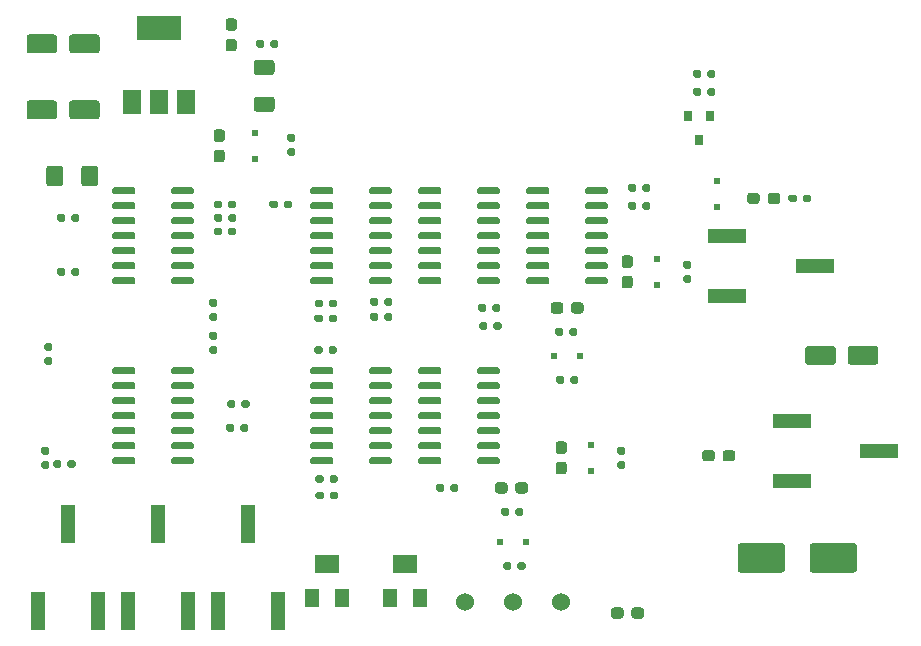
<source format=gbr>
%TF.GenerationSoftware,KiCad,Pcbnew,(5.1.10)-1*%
%TF.CreationDate,2022-02-21T21:55:40+01:00*%
%TF.ProjectId,BSPD-CV_3_0_01B,42535044-2d43-4565-9f33-5f305f303142,rev?*%
%TF.SameCoordinates,Original*%
%TF.FileFunction,Paste,Top*%
%TF.FilePolarity,Positive*%
%FSLAX46Y46*%
G04 Gerber Fmt 4.6, Leading zero omitted, Abs format (unit mm)*
G04 Created by KiCad (PCBNEW (5.1.10)-1) date 2022-02-21 21:55:40*
%MOMM*%
%LPD*%
G01*
G04 APERTURE LIST*
%ADD10R,0.500000X0.500000*%
%ADD11R,1.500000X2.000000*%
%ADD12R,3.800000X2.000000*%
%ADD13C,1.524000*%
%ADD14R,1.300000X1.600000*%
%ADD15R,2.000000X1.600000*%
%ADD16R,1.300000X3.300000*%
%ADD17R,3.300000X1.300000*%
%ADD18R,0.800000X0.900000*%
G04 APERTURE END LIST*
%TO.C,C84*%
G36*
G01*
X229481000Y-126991200D02*
X229481000Y-125891200D01*
G75*
G02*
X229731000Y-125641200I250000J0D01*
G01*
X231831000Y-125641200D01*
G75*
G02*
X232081000Y-125891200I0J-250000D01*
G01*
X232081000Y-126991200D01*
G75*
G02*
X231831000Y-127241200I-250000J0D01*
G01*
X229731000Y-127241200D01*
G75*
G02*
X229481000Y-126991200I0J250000D01*
G01*
G37*
G36*
G01*
X225881000Y-126991200D02*
X225881000Y-125891200D01*
G75*
G02*
X226131000Y-125641200I250000J0D01*
G01*
X228231000Y-125641200D01*
G75*
G02*
X228481000Y-125891200I0J-250000D01*
G01*
X228481000Y-126991200D01*
G75*
G02*
X228231000Y-127241200I-250000J0D01*
G01*
X226131000Y-127241200D01*
G75*
G02*
X225881000Y-126991200I0J250000D01*
G01*
G37*
%TD*%
%TO.C,F11*%
G36*
G01*
X164605000Y-111877000D02*
X164605000Y-110627000D01*
G75*
G02*
X164855000Y-110377000I250000J0D01*
G01*
X165780000Y-110377000D01*
G75*
G02*
X166030000Y-110627000I0J-250000D01*
G01*
X166030000Y-111877000D01*
G75*
G02*
X165780000Y-112127000I-250000J0D01*
G01*
X164855000Y-112127000D01*
G75*
G02*
X164605000Y-111877000I0J250000D01*
G01*
G37*
G36*
G01*
X161630000Y-111877000D02*
X161630000Y-110627000D01*
G75*
G02*
X161880000Y-110377000I250000J0D01*
G01*
X162805000Y-110377000D01*
G75*
G02*
X163055000Y-110627000I0J-250000D01*
G01*
X163055000Y-111877000D01*
G75*
G02*
X162805000Y-112127000I-250000J0D01*
G01*
X161880000Y-112127000D01*
G75*
G02*
X161630000Y-111877000I0J250000D01*
G01*
G37*
%TD*%
D10*
%TO.C,D102*%
X218440000Y-111676000D03*
X218440000Y-113876000D03*
%TD*%
%TO.C,U8*%
G36*
G01*
X188952000Y-127912000D02*
X188952000Y-127612000D01*
G75*
G02*
X189102000Y-127462000I150000J0D01*
G01*
X190752000Y-127462000D01*
G75*
G02*
X190902000Y-127612000I0J-150000D01*
G01*
X190902000Y-127912000D01*
G75*
G02*
X190752000Y-128062000I-150000J0D01*
G01*
X189102000Y-128062000D01*
G75*
G02*
X188952000Y-127912000I0J150000D01*
G01*
G37*
G36*
G01*
X188952000Y-129182000D02*
X188952000Y-128882000D01*
G75*
G02*
X189102000Y-128732000I150000J0D01*
G01*
X190752000Y-128732000D01*
G75*
G02*
X190902000Y-128882000I0J-150000D01*
G01*
X190902000Y-129182000D01*
G75*
G02*
X190752000Y-129332000I-150000J0D01*
G01*
X189102000Y-129332000D01*
G75*
G02*
X188952000Y-129182000I0J150000D01*
G01*
G37*
G36*
G01*
X188952000Y-130452000D02*
X188952000Y-130152000D01*
G75*
G02*
X189102000Y-130002000I150000J0D01*
G01*
X190752000Y-130002000D01*
G75*
G02*
X190902000Y-130152000I0J-150000D01*
G01*
X190902000Y-130452000D01*
G75*
G02*
X190752000Y-130602000I-150000J0D01*
G01*
X189102000Y-130602000D01*
G75*
G02*
X188952000Y-130452000I0J150000D01*
G01*
G37*
G36*
G01*
X188952000Y-131722000D02*
X188952000Y-131422000D01*
G75*
G02*
X189102000Y-131272000I150000J0D01*
G01*
X190752000Y-131272000D01*
G75*
G02*
X190902000Y-131422000I0J-150000D01*
G01*
X190902000Y-131722000D01*
G75*
G02*
X190752000Y-131872000I-150000J0D01*
G01*
X189102000Y-131872000D01*
G75*
G02*
X188952000Y-131722000I0J150000D01*
G01*
G37*
G36*
G01*
X188952000Y-132992000D02*
X188952000Y-132692000D01*
G75*
G02*
X189102000Y-132542000I150000J0D01*
G01*
X190752000Y-132542000D01*
G75*
G02*
X190902000Y-132692000I0J-150000D01*
G01*
X190902000Y-132992000D01*
G75*
G02*
X190752000Y-133142000I-150000J0D01*
G01*
X189102000Y-133142000D01*
G75*
G02*
X188952000Y-132992000I0J150000D01*
G01*
G37*
G36*
G01*
X188952000Y-134262000D02*
X188952000Y-133962000D01*
G75*
G02*
X189102000Y-133812000I150000J0D01*
G01*
X190752000Y-133812000D01*
G75*
G02*
X190902000Y-133962000I0J-150000D01*
G01*
X190902000Y-134262000D01*
G75*
G02*
X190752000Y-134412000I-150000J0D01*
G01*
X189102000Y-134412000D01*
G75*
G02*
X188952000Y-134262000I0J150000D01*
G01*
G37*
G36*
G01*
X188952000Y-135532000D02*
X188952000Y-135232000D01*
G75*
G02*
X189102000Y-135082000I150000J0D01*
G01*
X190752000Y-135082000D01*
G75*
G02*
X190902000Y-135232000I0J-150000D01*
G01*
X190902000Y-135532000D01*
G75*
G02*
X190752000Y-135682000I-150000J0D01*
G01*
X189102000Y-135682000D01*
G75*
G02*
X188952000Y-135532000I0J150000D01*
G01*
G37*
G36*
G01*
X184002000Y-135532000D02*
X184002000Y-135232000D01*
G75*
G02*
X184152000Y-135082000I150000J0D01*
G01*
X185802000Y-135082000D01*
G75*
G02*
X185952000Y-135232000I0J-150000D01*
G01*
X185952000Y-135532000D01*
G75*
G02*
X185802000Y-135682000I-150000J0D01*
G01*
X184152000Y-135682000D01*
G75*
G02*
X184002000Y-135532000I0J150000D01*
G01*
G37*
G36*
G01*
X184002000Y-134262000D02*
X184002000Y-133962000D01*
G75*
G02*
X184152000Y-133812000I150000J0D01*
G01*
X185802000Y-133812000D01*
G75*
G02*
X185952000Y-133962000I0J-150000D01*
G01*
X185952000Y-134262000D01*
G75*
G02*
X185802000Y-134412000I-150000J0D01*
G01*
X184152000Y-134412000D01*
G75*
G02*
X184002000Y-134262000I0J150000D01*
G01*
G37*
G36*
G01*
X184002000Y-132992000D02*
X184002000Y-132692000D01*
G75*
G02*
X184152000Y-132542000I150000J0D01*
G01*
X185802000Y-132542000D01*
G75*
G02*
X185952000Y-132692000I0J-150000D01*
G01*
X185952000Y-132992000D01*
G75*
G02*
X185802000Y-133142000I-150000J0D01*
G01*
X184152000Y-133142000D01*
G75*
G02*
X184002000Y-132992000I0J150000D01*
G01*
G37*
G36*
G01*
X184002000Y-131722000D02*
X184002000Y-131422000D01*
G75*
G02*
X184152000Y-131272000I150000J0D01*
G01*
X185802000Y-131272000D01*
G75*
G02*
X185952000Y-131422000I0J-150000D01*
G01*
X185952000Y-131722000D01*
G75*
G02*
X185802000Y-131872000I-150000J0D01*
G01*
X184152000Y-131872000D01*
G75*
G02*
X184002000Y-131722000I0J150000D01*
G01*
G37*
G36*
G01*
X184002000Y-130452000D02*
X184002000Y-130152000D01*
G75*
G02*
X184152000Y-130002000I150000J0D01*
G01*
X185802000Y-130002000D01*
G75*
G02*
X185952000Y-130152000I0J-150000D01*
G01*
X185952000Y-130452000D01*
G75*
G02*
X185802000Y-130602000I-150000J0D01*
G01*
X184152000Y-130602000D01*
G75*
G02*
X184002000Y-130452000I0J150000D01*
G01*
G37*
G36*
G01*
X184002000Y-129182000D02*
X184002000Y-128882000D01*
G75*
G02*
X184152000Y-128732000I150000J0D01*
G01*
X185802000Y-128732000D01*
G75*
G02*
X185952000Y-128882000I0J-150000D01*
G01*
X185952000Y-129182000D01*
G75*
G02*
X185802000Y-129332000I-150000J0D01*
G01*
X184152000Y-129332000D01*
G75*
G02*
X184002000Y-129182000I0J150000D01*
G01*
G37*
G36*
G01*
X184002000Y-127912000D02*
X184002000Y-127612000D01*
G75*
G02*
X184152000Y-127462000I150000J0D01*
G01*
X185802000Y-127462000D01*
G75*
G02*
X185952000Y-127612000I0J-150000D01*
G01*
X185952000Y-127912000D01*
G75*
G02*
X185802000Y-128062000I-150000J0D01*
G01*
X184152000Y-128062000D01*
G75*
G02*
X184002000Y-127912000I0J150000D01*
G01*
G37*
%TD*%
%TO.C,U7*%
G36*
G01*
X207240000Y-112672000D02*
X207240000Y-112372000D01*
G75*
G02*
X207390000Y-112222000I150000J0D01*
G01*
X209040000Y-112222000D01*
G75*
G02*
X209190000Y-112372000I0J-150000D01*
G01*
X209190000Y-112672000D01*
G75*
G02*
X209040000Y-112822000I-150000J0D01*
G01*
X207390000Y-112822000D01*
G75*
G02*
X207240000Y-112672000I0J150000D01*
G01*
G37*
G36*
G01*
X207240000Y-113942000D02*
X207240000Y-113642000D01*
G75*
G02*
X207390000Y-113492000I150000J0D01*
G01*
X209040000Y-113492000D01*
G75*
G02*
X209190000Y-113642000I0J-150000D01*
G01*
X209190000Y-113942000D01*
G75*
G02*
X209040000Y-114092000I-150000J0D01*
G01*
X207390000Y-114092000D01*
G75*
G02*
X207240000Y-113942000I0J150000D01*
G01*
G37*
G36*
G01*
X207240000Y-115212000D02*
X207240000Y-114912000D01*
G75*
G02*
X207390000Y-114762000I150000J0D01*
G01*
X209040000Y-114762000D01*
G75*
G02*
X209190000Y-114912000I0J-150000D01*
G01*
X209190000Y-115212000D01*
G75*
G02*
X209040000Y-115362000I-150000J0D01*
G01*
X207390000Y-115362000D01*
G75*
G02*
X207240000Y-115212000I0J150000D01*
G01*
G37*
G36*
G01*
X207240000Y-116482000D02*
X207240000Y-116182000D01*
G75*
G02*
X207390000Y-116032000I150000J0D01*
G01*
X209040000Y-116032000D01*
G75*
G02*
X209190000Y-116182000I0J-150000D01*
G01*
X209190000Y-116482000D01*
G75*
G02*
X209040000Y-116632000I-150000J0D01*
G01*
X207390000Y-116632000D01*
G75*
G02*
X207240000Y-116482000I0J150000D01*
G01*
G37*
G36*
G01*
X207240000Y-117752000D02*
X207240000Y-117452000D01*
G75*
G02*
X207390000Y-117302000I150000J0D01*
G01*
X209040000Y-117302000D01*
G75*
G02*
X209190000Y-117452000I0J-150000D01*
G01*
X209190000Y-117752000D01*
G75*
G02*
X209040000Y-117902000I-150000J0D01*
G01*
X207390000Y-117902000D01*
G75*
G02*
X207240000Y-117752000I0J150000D01*
G01*
G37*
G36*
G01*
X207240000Y-119022000D02*
X207240000Y-118722000D01*
G75*
G02*
X207390000Y-118572000I150000J0D01*
G01*
X209040000Y-118572000D01*
G75*
G02*
X209190000Y-118722000I0J-150000D01*
G01*
X209190000Y-119022000D01*
G75*
G02*
X209040000Y-119172000I-150000J0D01*
G01*
X207390000Y-119172000D01*
G75*
G02*
X207240000Y-119022000I0J150000D01*
G01*
G37*
G36*
G01*
X207240000Y-120292000D02*
X207240000Y-119992000D01*
G75*
G02*
X207390000Y-119842000I150000J0D01*
G01*
X209040000Y-119842000D01*
G75*
G02*
X209190000Y-119992000I0J-150000D01*
G01*
X209190000Y-120292000D01*
G75*
G02*
X209040000Y-120442000I-150000J0D01*
G01*
X207390000Y-120442000D01*
G75*
G02*
X207240000Y-120292000I0J150000D01*
G01*
G37*
G36*
G01*
X202290000Y-120292000D02*
X202290000Y-119992000D01*
G75*
G02*
X202440000Y-119842000I150000J0D01*
G01*
X204090000Y-119842000D01*
G75*
G02*
X204240000Y-119992000I0J-150000D01*
G01*
X204240000Y-120292000D01*
G75*
G02*
X204090000Y-120442000I-150000J0D01*
G01*
X202440000Y-120442000D01*
G75*
G02*
X202290000Y-120292000I0J150000D01*
G01*
G37*
G36*
G01*
X202290000Y-119022000D02*
X202290000Y-118722000D01*
G75*
G02*
X202440000Y-118572000I150000J0D01*
G01*
X204090000Y-118572000D01*
G75*
G02*
X204240000Y-118722000I0J-150000D01*
G01*
X204240000Y-119022000D01*
G75*
G02*
X204090000Y-119172000I-150000J0D01*
G01*
X202440000Y-119172000D01*
G75*
G02*
X202290000Y-119022000I0J150000D01*
G01*
G37*
G36*
G01*
X202290000Y-117752000D02*
X202290000Y-117452000D01*
G75*
G02*
X202440000Y-117302000I150000J0D01*
G01*
X204090000Y-117302000D01*
G75*
G02*
X204240000Y-117452000I0J-150000D01*
G01*
X204240000Y-117752000D01*
G75*
G02*
X204090000Y-117902000I-150000J0D01*
G01*
X202440000Y-117902000D01*
G75*
G02*
X202290000Y-117752000I0J150000D01*
G01*
G37*
G36*
G01*
X202290000Y-116482000D02*
X202290000Y-116182000D01*
G75*
G02*
X202440000Y-116032000I150000J0D01*
G01*
X204090000Y-116032000D01*
G75*
G02*
X204240000Y-116182000I0J-150000D01*
G01*
X204240000Y-116482000D01*
G75*
G02*
X204090000Y-116632000I-150000J0D01*
G01*
X202440000Y-116632000D01*
G75*
G02*
X202290000Y-116482000I0J150000D01*
G01*
G37*
G36*
G01*
X202290000Y-115212000D02*
X202290000Y-114912000D01*
G75*
G02*
X202440000Y-114762000I150000J0D01*
G01*
X204090000Y-114762000D01*
G75*
G02*
X204240000Y-114912000I0J-150000D01*
G01*
X204240000Y-115212000D01*
G75*
G02*
X204090000Y-115362000I-150000J0D01*
G01*
X202440000Y-115362000D01*
G75*
G02*
X202290000Y-115212000I0J150000D01*
G01*
G37*
G36*
G01*
X202290000Y-113942000D02*
X202290000Y-113642000D01*
G75*
G02*
X202440000Y-113492000I150000J0D01*
G01*
X204090000Y-113492000D01*
G75*
G02*
X204240000Y-113642000I0J-150000D01*
G01*
X204240000Y-113942000D01*
G75*
G02*
X204090000Y-114092000I-150000J0D01*
G01*
X202440000Y-114092000D01*
G75*
G02*
X202290000Y-113942000I0J150000D01*
G01*
G37*
G36*
G01*
X202290000Y-112672000D02*
X202290000Y-112372000D01*
G75*
G02*
X202440000Y-112222000I150000J0D01*
G01*
X204090000Y-112222000D01*
G75*
G02*
X204240000Y-112372000I0J-150000D01*
G01*
X204240000Y-112672000D01*
G75*
G02*
X204090000Y-112822000I-150000J0D01*
G01*
X202440000Y-112822000D01*
G75*
G02*
X202290000Y-112672000I0J150000D01*
G01*
G37*
%TD*%
%TO.C,U6*%
G36*
G01*
X172188000Y-127912000D02*
X172188000Y-127612000D01*
G75*
G02*
X172338000Y-127462000I150000J0D01*
G01*
X173988000Y-127462000D01*
G75*
G02*
X174138000Y-127612000I0J-150000D01*
G01*
X174138000Y-127912000D01*
G75*
G02*
X173988000Y-128062000I-150000J0D01*
G01*
X172338000Y-128062000D01*
G75*
G02*
X172188000Y-127912000I0J150000D01*
G01*
G37*
G36*
G01*
X172188000Y-129182000D02*
X172188000Y-128882000D01*
G75*
G02*
X172338000Y-128732000I150000J0D01*
G01*
X173988000Y-128732000D01*
G75*
G02*
X174138000Y-128882000I0J-150000D01*
G01*
X174138000Y-129182000D01*
G75*
G02*
X173988000Y-129332000I-150000J0D01*
G01*
X172338000Y-129332000D01*
G75*
G02*
X172188000Y-129182000I0J150000D01*
G01*
G37*
G36*
G01*
X172188000Y-130452000D02*
X172188000Y-130152000D01*
G75*
G02*
X172338000Y-130002000I150000J0D01*
G01*
X173988000Y-130002000D01*
G75*
G02*
X174138000Y-130152000I0J-150000D01*
G01*
X174138000Y-130452000D01*
G75*
G02*
X173988000Y-130602000I-150000J0D01*
G01*
X172338000Y-130602000D01*
G75*
G02*
X172188000Y-130452000I0J150000D01*
G01*
G37*
G36*
G01*
X172188000Y-131722000D02*
X172188000Y-131422000D01*
G75*
G02*
X172338000Y-131272000I150000J0D01*
G01*
X173988000Y-131272000D01*
G75*
G02*
X174138000Y-131422000I0J-150000D01*
G01*
X174138000Y-131722000D01*
G75*
G02*
X173988000Y-131872000I-150000J0D01*
G01*
X172338000Y-131872000D01*
G75*
G02*
X172188000Y-131722000I0J150000D01*
G01*
G37*
G36*
G01*
X172188000Y-132992000D02*
X172188000Y-132692000D01*
G75*
G02*
X172338000Y-132542000I150000J0D01*
G01*
X173988000Y-132542000D01*
G75*
G02*
X174138000Y-132692000I0J-150000D01*
G01*
X174138000Y-132992000D01*
G75*
G02*
X173988000Y-133142000I-150000J0D01*
G01*
X172338000Y-133142000D01*
G75*
G02*
X172188000Y-132992000I0J150000D01*
G01*
G37*
G36*
G01*
X172188000Y-134262000D02*
X172188000Y-133962000D01*
G75*
G02*
X172338000Y-133812000I150000J0D01*
G01*
X173988000Y-133812000D01*
G75*
G02*
X174138000Y-133962000I0J-150000D01*
G01*
X174138000Y-134262000D01*
G75*
G02*
X173988000Y-134412000I-150000J0D01*
G01*
X172338000Y-134412000D01*
G75*
G02*
X172188000Y-134262000I0J150000D01*
G01*
G37*
G36*
G01*
X172188000Y-135532000D02*
X172188000Y-135232000D01*
G75*
G02*
X172338000Y-135082000I150000J0D01*
G01*
X173988000Y-135082000D01*
G75*
G02*
X174138000Y-135232000I0J-150000D01*
G01*
X174138000Y-135532000D01*
G75*
G02*
X173988000Y-135682000I-150000J0D01*
G01*
X172338000Y-135682000D01*
G75*
G02*
X172188000Y-135532000I0J150000D01*
G01*
G37*
G36*
G01*
X167238000Y-135532000D02*
X167238000Y-135232000D01*
G75*
G02*
X167388000Y-135082000I150000J0D01*
G01*
X169038000Y-135082000D01*
G75*
G02*
X169188000Y-135232000I0J-150000D01*
G01*
X169188000Y-135532000D01*
G75*
G02*
X169038000Y-135682000I-150000J0D01*
G01*
X167388000Y-135682000D01*
G75*
G02*
X167238000Y-135532000I0J150000D01*
G01*
G37*
G36*
G01*
X167238000Y-134262000D02*
X167238000Y-133962000D01*
G75*
G02*
X167388000Y-133812000I150000J0D01*
G01*
X169038000Y-133812000D01*
G75*
G02*
X169188000Y-133962000I0J-150000D01*
G01*
X169188000Y-134262000D01*
G75*
G02*
X169038000Y-134412000I-150000J0D01*
G01*
X167388000Y-134412000D01*
G75*
G02*
X167238000Y-134262000I0J150000D01*
G01*
G37*
G36*
G01*
X167238000Y-132992000D02*
X167238000Y-132692000D01*
G75*
G02*
X167388000Y-132542000I150000J0D01*
G01*
X169038000Y-132542000D01*
G75*
G02*
X169188000Y-132692000I0J-150000D01*
G01*
X169188000Y-132992000D01*
G75*
G02*
X169038000Y-133142000I-150000J0D01*
G01*
X167388000Y-133142000D01*
G75*
G02*
X167238000Y-132992000I0J150000D01*
G01*
G37*
G36*
G01*
X167238000Y-131722000D02*
X167238000Y-131422000D01*
G75*
G02*
X167388000Y-131272000I150000J0D01*
G01*
X169038000Y-131272000D01*
G75*
G02*
X169188000Y-131422000I0J-150000D01*
G01*
X169188000Y-131722000D01*
G75*
G02*
X169038000Y-131872000I-150000J0D01*
G01*
X167388000Y-131872000D01*
G75*
G02*
X167238000Y-131722000I0J150000D01*
G01*
G37*
G36*
G01*
X167238000Y-130452000D02*
X167238000Y-130152000D01*
G75*
G02*
X167388000Y-130002000I150000J0D01*
G01*
X169038000Y-130002000D01*
G75*
G02*
X169188000Y-130152000I0J-150000D01*
G01*
X169188000Y-130452000D01*
G75*
G02*
X169038000Y-130602000I-150000J0D01*
G01*
X167388000Y-130602000D01*
G75*
G02*
X167238000Y-130452000I0J150000D01*
G01*
G37*
G36*
G01*
X167238000Y-129182000D02*
X167238000Y-128882000D01*
G75*
G02*
X167388000Y-128732000I150000J0D01*
G01*
X169038000Y-128732000D01*
G75*
G02*
X169188000Y-128882000I0J-150000D01*
G01*
X169188000Y-129182000D01*
G75*
G02*
X169038000Y-129332000I-150000J0D01*
G01*
X167388000Y-129332000D01*
G75*
G02*
X167238000Y-129182000I0J150000D01*
G01*
G37*
G36*
G01*
X167238000Y-127912000D02*
X167238000Y-127612000D01*
G75*
G02*
X167388000Y-127462000I150000J0D01*
G01*
X169038000Y-127462000D01*
G75*
G02*
X169188000Y-127612000I0J-150000D01*
G01*
X169188000Y-127912000D01*
G75*
G02*
X169038000Y-128062000I-150000J0D01*
G01*
X167388000Y-128062000D01*
G75*
G02*
X167238000Y-127912000I0J150000D01*
G01*
G37*
%TD*%
%TO.C,U5*%
G36*
G01*
X198096000Y-127912000D02*
X198096000Y-127612000D01*
G75*
G02*
X198246000Y-127462000I150000J0D01*
G01*
X199896000Y-127462000D01*
G75*
G02*
X200046000Y-127612000I0J-150000D01*
G01*
X200046000Y-127912000D01*
G75*
G02*
X199896000Y-128062000I-150000J0D01*
G01*
X198246000Y-128062000D01*
G75*
G02*
X198096000Y-127912000I0J150000D01*
G01*
G37*
G36*
G01*
X198096000Y-129182000D02*
X198096000Y-128882000D01*
G75*
G02*
X198246000Y-128732000I150000J0D01*
G01*
X199896000Y-128732000D01*
G75*
G02*
X200046000Y-128882000I0J-150000D01*
G01*
X200046000Y-129182000D01*
G75*
G02*
X199896000Y-129332000I-150000J0D01*
G01*
X198246000Y-129332000D01*
G75*
G02*
X198096000Y-129182000I0J150000D01*
G01*
G37*
G36*
G01*
X198096000Y-130452000D02*
X198096000Y-130152000D01*
G75*
G02*
X198246000Y-130002000I150000J0D01*
G01*
X199896000Y-130002000D01*
G75*
G02*
X200046000Y-130152000I0J-150000D01*
G01*
X200046000Y-130452000D01*
G75*
G02*
X199896000Y-130602000I-150000J0D01*
G01*
X198246000Y-130602000D01*
G75*
G02*
X198096000Y-130452000I0J150000D01*
G01*
G37*
G36*
G01*
X198096000Y-131722000D02*
X198096000Y-131422000D01*
G75*
G02*
X198246000Y-131272000I150000J0D01*
G01*
X199896000Y-131272000D01*
G75*
G02*
X200046000Y-131422000I0J-150000D01*
G01*
X200046000Y-131722000D01*
G75*
G02*
X199896000Y-131872000I-150000J0D01*
G01*
X198246000Y-131872000D01*
G75*
G02*
X198096000Y-131722000I0J150000D01*
G01*
G37*
G36*
G01*
X198096000Y-132992000D02*
X198096000Y-132692000D01*
G75*
G02*
X198246000Y-132542000I150000J0D01*
G01*
X199896000Y-132542000D01*
G75*
G02*
X200046000Y-132692000I0J-150000D01*
G01*
X200046000Y-132992000D01*
G75*
G02*
X199896000Y-133142000I-150000J0D01*
G01*
X198246000Y-133142000D01*
G75*
G02*
X198096000Y-132992000I0J150000D01*
G01*
G37*
G36*
G01*
X198096000Y-134262000D02*
X198096000Y-133962000D01*
G75*
G02*
X198246000Y-133812000I150000J0D01*
G01*
X199896000Y-133812000D01*
G75*
G02*
X200046000Y-133962000I0J-150000D01*
G01*
X200046000Y-134262000D01*
G75*
G02*
X199896000Y-134412000I-150000J0D01*
G01*
X198246000Y-134412000D01*
G75*
G02*
X198096000Y-134262000I0J150000D01*
G01*
G37*
G36*
G01*
X198096000Y-135532000D02*
X198096000Y-135232000D01*
G75*
G02*
X198246000Y-135082000I150000J0D01*
G01*
X199896000Y-135082000D01*
G75*
G02*
X200046000Y-135232000I0J-150000D01*
G01*
X200046000Y-135532000D01*
G75*
G02*
X199896000Y-135682000I-150000J0D01*
G01*
X198246000Y-135682000D01*
G75*
G02*
X198096000Y-135532000I0J150000D01*
G01*
G37*
G36*
G01*
X193146000Y-135532000D02*
X193146000Y-135232000D01*
G75*
G02*
X193296000Y-135082000I150000J0D01*
G01*
X194946000Y-135082000D01*
G75*
G02*
X195096000Y-135232000I0J-150000D01*
G01*
X195096000Y-135532000D01*
G75*
G02*
X194946000Y-135682000I-150000J0D01*
G01*
X193296000Y-135682000D01*
G75*
G02*
X193146000Y-135532000I0J150000D01*
G01*
G37*
G36*
G01*
X193146000Y-134262000D02*
X193146000Y-133962000D01*
G75*
G02*
X193296000Y-133812000I150000J0D01*
G01*
X194946000Y-133812000D01*
G75*
G02*
X195096000Y-133962000I0J-150000D01*
G01*
X195096000Y-134262000D01*
G75*
G02*
X194946000Y-134412000I-150000J0D01*
G01*
X193296000Y-134412000D01*
G75*
G02*
X193146000Y-134262000I0J150000D01*
G01*
G37*
G36*
G01*
X193146000Y-132992000D02*
X193146000Y-132692000D01*
G75*
G02*
X193296000Y-132542000I150000J0D01*
G01*
X194946000Y-132542000D01*
G75*
G02*
X195096000Y-132692000I0J-150000D01*
G01*
X195096000Y-132992000D01*
G75*
G02*
X194946000Y-133142000I-150000J0D01*
G01*
X193296000Y-133142000D01*
G75*
G02*
X193146000Y-132992000I0J150000D01*
G01*
G37*
G36*
G01*
X193146000Y-131722000D02*
X193146000Y-131422000D01*
G75*
G02*
X193296000Y-131272000I150000J0D01*
G01*
X194946000Y-131272000D01*
G75*
G02*
X195096000Y-131422000I0J-150000D01*
G01*
X195096000Y-131722000D01*
G75*
G02*
X194946000Y-131872000I-150000J0D01*
G01*
X193296000Y-131872000D01*
G75*
G02*
X193146000Y-131722000I0J150000D01*
G01*
G37*
G36*
G01*
X193146000Y-130452000D02*
X193146000Y-130152000D01*
G75*
G02*
X193296000Y-130002000I150000J0D01*
G01*
X194946000Y-130002000D01*
G75*
G02*
X195096000Y-130152000I0J-150000D01*
G01*
X195096000Y-130452000D01*
G75*
G02*
X194946000Y-130602000I-150000J0D01*
G01*
X193296000Y-130602000D01*
G75*
G02*
X193146000Y-130452000I0J150000D01*
G01*
G37*
G36*
G01*
X193146000Y-129182000D02*
X193146000Y-128882000D01*
G75*
G02*
X193296000Y-128732000I150000J0D01*
G01*
X194946000Y-128732000D01*
G75*
G02*
X195096000Y-128882000I0J-150000D01*
G01*
X195096000Y-129182000D01*
G75*
G02*
X194946000Y-129332000I-150000J0D01*
G01*
X193296000Y-129332000D01*
G75*
G02*
X193146000Y-129182000I0J150000D01*
G01*
G37*
G36*
G01*
X193146000Y-127912000D02*
X193146000Y-127612000D01*
G75*
G02*
X193296000Y-127462000I150000J0D01*
G01*
X194946000Y-127462000D01*
G75*
G02*
X195096000Y-127612000I0J-150000D01*
G01*
X195096000Y-127912000D01*
G75*
G02*
X194946000Y-128062000I-150000J0D01*
G01*
X193296000Y-128062000D01*
G75*
G02*
X193146000Y-127912000I0J150000D01*
G01*
G37*
%TD*%
%TO.C,U4*%
G36*
G01*
X198096000Y-112672000D02*
X198096000Y-112372000D01*
G75*
G02*
X198246000Y-112222000I150000J0D01*
G01*
X199896000Y-112222000D01*
G75*
G02*
X200046000Y-112372000I0J-150000D01*
G01*
X200046000Y-112672000D01*
G75*
G02*
X199896000Y-112822000I-150000J0D01*
G01*
X198246000Y-112822000D01*
G75*
G02*
X198096000Y-112672000I0J150000D01*
G01*
G37*
G36*
G01*
X198096000Y-113942000D02*
X198096000Y-113642000D01*
G75*
G02*
X198246000Y-113492000I150000J0D01*
G01*
X199896000Y-113492000D01*
G75*
G02*
X200046000Y-113642000I0J-150000D01*
G01*
X200046000Y-113942000D01*
G75*
G02*
X199896000Y-114092000I-150000J0D01*
G01*
X198246000Y-114092000D01*
G75*
G02*
X198096000Y-113942000I0J150000D01*
G01*
G37*
G36*
G01*
X198096000Y-115212000D02*
X198096000Y-114912000D01*
G75*
G02*
X198246000Y-114762000I150000J0D01*
G01*
X199896000Y-114762000D01*
G75*
G02*
X200046000Y-114912000I0J-150000D01*
G01*
X200046000Y-115212000D01*
G75*
G02*
X199896000Y-115362000I-150000J0D01*
G01*
X198246000Y-115362000D01*
G75*
G02*
X198096000Y-115212000I0J150000D01*
G01*
G37*
G36*
G01*
X198096000Y-116482000D02*
X198096000Y-116182000D01*
G75*
G02*
X198246000Y-116032000I150000J0D01*
G01*
X199896000Y-116032000D01*
G75*
G02*
X200046000Y-116182000I0J-150000D01*
G01*
X200046000Y-116482000D01*
G75*
G02*
X199896000Y-116632000I-150000J0D01*
G01*
X198246000Y-116632000D01*
G75*
G02*
X198096000Y-116482000I0J150000D01*
G01*
G37*
G36*
G01*
X198096000Y-117752000D02*
X198096000Y-117452000D01*
G75*
G02*
X198246000Y-117302000I150000J0D01*
G01*
X199896000Y-117302000D01*
G75*
G02*
X200046000Y-117452000I0J-150000D01*
G01*
X200046000Y-117752000D01*
G75*
G02*
X199896000Y-117902000I-150000J0D01*
G01*
X198246000Y-117902000D01*
G75*
G02*
X198096000Y-117752000I0J150000D01*
G01*
G37*
G36*
G01*
X198096000Y-119022000D02*
X198096000Y-118722000D01*
G75*
G02*
X198246000Y-118572000I150000J0D01*
G01*
X199896000Y-118572000D01*
G75*
G02*
X200046000Y-118722000I0J-150000D01*
G01*
X200046000Y-119022000D01*
G75*
G02*
X199896000Y-119172000I-150000J0D01*
G01*
X198246000Y-119172000D01*
G75*
G02*
X198096000Y-119022000I0J150000D01*
G01*
G37*
G36*
G01*
X198096000Y-120292000D02*
X198096000Y-119992000D01*
G75*
G02*
X198246000Y-119842000I150000J0D01*
G01*
X199896000Y-119842000D01*
G75*
G02*
X200046000Y-119992000I0J-150000D01*
G01*
X200046000Y-120292000D01*
G75*
G02*
X199896000Y-120442000I-150000J0D01*
G01*
X198246000Y-120442000D01*
G75*
G02*
X198096000Y-120292000I0J150000D01*
G01*
G37*
G36*
G01*
X193146000Y-120292000D02*
X193146000Y-119992000D01*
G75*
G02*
X193296000Y-119842000I150000J0D01*
G01*
X194946000Y-119842000D01*
G75*
G02*
X195096000Y-119992000I0J-150000D01*
G01*
X195096000Y-120292000D01*
G75*
G02*
X194946000Y-120442000I-150000J0D01*
G01*
X193296000Y-120442000D01*
G75*
G02*
X193146000Y-120292000I0J150000D01*
G01*
G37*
G36*
G01*
X193146000Y-119022000D02*
X193146000Y-118722000D01*
G75*
G02*
X193296000Y-118572000I150000J0D01*
G01*
X194946000Y-118572000D01*
G75*
G02*
X195096000Y-118722000I0J-150000D01*
G01*
X195096000Y-119022000D01*
G75*
G02*
X194946000Y-119172000I-150000J0D01*
G01*
X193296000Y-119172000D01*
G75*
G02*
X193146000Y-119022000I0J150000D01*
G01*
G37*
G36*
G01*
X193146000Y-117752000D02*
X193146000Y-117452000D01*
G75*
G02*
X193296000Y-117302000I150000J0D01*
G01*
X194946000Y-117302000D01*
G75*
G02*
X195096000Y-117452000I0J-150000D01*
G01*
X195096000Y-117752000D01*
G75*
G02*
X194946000Y-117902000I-150000J0D01*
G01*
X193296000Y-117902000D01*
G75*
G02*
X193146000Y-117752000I0J150000D01*
G01*
G37*
G36*
G01*
X193146000Y-116482000D02*
X193146000Y-116182000D01*
G75*
G02*
X193296000Y-116032000I150000J0D01*
G01*
X194946000Y-116032000D01*
G75*
G02*
X195096000Y-116182000I0J-150000D01*
G01*
X195096000Y-116482000D01*
G75*
G02*
X194946000Y-116632000I-150000J0D01*
G01*
X193296000Y-116632000D01*
G75*
G02*
X193146000Y-116482000I0J150000D01*
G01*
G37*
G36*
G01*
X193146000Y-115212000D02*
X193146000Y-114912000D01*
G75*
G02*
X193296000Y-114762000I150000J0D01*
G01*
X194946000Y-114762000D01*
G75*
G02*
X195096000Y-114912000I0J-150000D01*
G01*
X195096000Y-115212000D01*
G75*
G02*
X194946000Y-115362000I-150000J0D01*
G01*
X193296000Y-115362000D01*
G75*
G02*
X193146000Y-115212000I0J150000D01*
G01*
G37*
G36*
G01*
X193146000Y-113942000D02*
X193146000Y-113642000D01*
G75*
G02*
X193296000Y-113492000I150000J0D01*
G01*
X194946000Y-113492000D01*
G75*
G02*
X195096000Y-113642000I0J-150000D01*
G01*
X195096000Y-113942000D01*
G75*
G02*
X194946000Y-114092000I-150000J0D01*
G01*
X193296000Y-114092000D01*
G75*
G02*
X193146000Y-113942000I0J150000D01*
G01*
G37*
G36*
G01*
X193146000Y-112672000D02*
X193146000Y-112372000D01*
G75*
G02*
X193296000Y-112222000I150000J0D01*
G01*
X194946000Y-112222000D01*
G75*
G02*
X195096000Y-112372000I0J-150000D01*
G01*
X195096000Y-112672000D01*
G75*
G02*
X194946000Y-112822000I-150000J0D01*
G01*
X193296000Y-112822000D01*
G75*
G02*
X193146000Y-112672000I0J150000D01*
G01*
G37*
%TD*%
%TO.C,U3*%
G36*
G01*
X188952000Y-112672000D02*
X188952000Y-112372000D01*
G75*
G02*
X189102000Y-112222000I150000J0D01*
G01*
X190752000Y-112222000D01*
G75*
G02*
X190902000Y-112372000I0J-150000D01*
G01*
X190902000Y-112672000D01*
G75*
G02*
X190752000Y-112822000I-150000J0D01*
G01*
X189102000Y-112822000D01*
G75*
G02*
X188952000Y-112672000I0J150000D01*
G01*
G37*
G36*
G01*
X188952000Y-113942000D02*
X188952000Y-113642000D01*
G75*
G02*
X189102000Y-113492000I150000J0D01*
G01*
X190752000Y-113492000D01*
G75*
G02*
X190902000Y-113642000I0J-150000D01*
G01*
X190902000Y-113942000D01*
G75*
G02*
X190752000Y-114092000I-150000J0D01*
G01*
X189102000Y-114092000D01*
G75*
G02*
X188952000Y-113942000I0J150000D01*
G01*
G37*
G36*
G01*
X188952000Y-115212000D02*
X188952000Y-114912000D01*
G75*
G02*
X189102000Y-114762000I150000J0D01*
G01*
X190752000Y-114762000D01*
G75*
G02*
X190902000Y-114912000I0J-150000D01*
G01*
X190902000Y-115212000D01*
G75*
G02*
X190752000Y-115362000I-150000J0D01*
G01*
X189102000Y-115362000D01*
G75*
G02*
X188952000Y-115212000I0J150000D01*
G01*
G37*
G36*
G01*
X188952000Y-116482000D02*
X188952000Y-116182000D01*
G75*
G02*
X189102000Y-116032000I150000J0D01*
G01*
X190752000Y-116032000D01*
G75*
G02*
X190902000Y-116182000I0J-150000D01*
G01*
X190902000Y-116482000D01*
G75*
G02*
X190752000Y-116632000I-150000J0D01*
G01*
X189102000Y-116632000D01*
G75*
G02*
X188952000Y-116482000I0J150000D01*
G01*
G37*
G36*
G01*
X188952000Y-117752000D02*
X188952000Y-117452000D01*
G75*
G02*
X189102000Y-117302000I150000J0D01*
G01*
X190752000Y-117302000D01*
G75*
G02*
X190902000Y-117452000I0J-150000D01*
G01*
X190902000Y-117752000D01*
G75*
G02*
X190752000Y-117902000I-150000J0D01*
G01*
X189102000Y-117902000D01*
G75*
G02*
X188952000Y-117752000I0J150000D01*
G01*
G37*
G36*
G01*
X188952000Y-119022000D02*
X188952000Y-118722000D01*
G75*
G02*
X189102000Y-118572000I150000J0D01*
G01*
X190752000Y-118572000D01*
G75*
G02*
X190902000Y-118722000I0J-150000D01*
G01*
X190902000Y-119022000D01*
G75*
G02*
X190752000Y-119172000I-150000J0D01*
G01*
X189102000Y-119172000D01*
G75*
G02*
X188952000Y-119022000I0J150000D01*
G01*
G37*
G36*
G01*
X188952000Y-120292000D02*
X188952000Y-119992000D01*
G75*
G02*
X189102000Y-119842000I150000J0D01*
G01*
X190752000Y-119842000D01*
G75*
G02*
X190902000Y-119992000I0J-150000D01*
G01*
X190902000Y-120292000D01*
G75*
G02*
X190752000Y-120442000I-150000J0D01*
G01*
X189102000Y-120442000D01*
G75*
G02*
X188952000Y-120292000I0J150000D01*
G01*
G37*
G36*
G01*
X184002000Y-120292000D02*
X184002000Y-119992000D01*
G75*
G02*
X184152000Y-119842000I150000J0D01*
G01*
X185802000Y-119842000D01*
G75*
G02*
X185952000Y-119992000I0J-150000D01*
G01*
X185952000Y-120292000D01*
G75*
G02*
X185802000Y-120442000I-150000J0D01*
G01*
X184152000Y-120442000D01*
G75*
G02*
X184002000Y-120292000I0J150000D01*
G01*
G37*
G36*
G01*
X184002000Y-119022000D02*
X184002000Y-118722000D01*
G75*
G02*
X184152000Y-118572000I150000J0D01*
G01*
X185802000Y-118572000D01*
G75*
G02*
X185952000Y-118722000I0J-150000D01*
G01*
X185952000Y-119022000D01*
G75*
G02*
X185802000Y-119172000I-150000J0D01*
G01*
X184152000Y-119172000D01*
G75*
G02*
X184002000Y-119022000I0J150000D01*
G01*
G37*
G36*
G01*
X184002000Y-117752000D02*
X184002000Y-117452000D01*
G75*
G02*
X184152000Y-117302000I150000J0D01*
G01*
X185802000Y-117302000D01*
G75*
G02*
X185952000Y-117452000I0J-150000D01*
G01*
X185952000Y-117752000D01*
G75*
G02*
X185802000Y-117902000I-150000J0D01*
G01*
X184152000Y-117902000D01*
G75*
G02*
X184002000Y-117752000I0J150000D01*
G01*
G37*
G36*
G01*
X184002000Y-116482000D02*
X184002000Y-116182000D01*
G75*
G02*
X184152000Y-116032000I150000J0D01*
G01*
X185802000Y-116032000D01*
G75*
G02*
X185952000Y-116182000I0J-150000D01*
G01*
X185952000Y-116482000D01*
G75*
G02*
X185802000Y-116632000I-150000J0D01*
G01*
X184152000Y-116632000D01*
G75*
G02*
X184002000Y-116482000I0J150000D01*
G01*
G37*
G36*
G01*
X184002000Y-115212000D02*
X184002000Y-114912000D01*
G75*
G02*
X184152000Y-114762000I150000J0D01*
G01*
X185802000Y-114762000D01*
G75*
G02*
X185952000Y-114912000I0J-150000D01*
G01*
X185952000Y-115212000D01*
G75*
G02*
X185802000Y-115362000I-150000J0D01*
G01*
X184152000Y-115362000D01*
G75*
G02*
X184002000Y-115212000I0J150000D01*
G01*
G37*
G36*
G01*
X184002000Y-113942000D02*
X184002000Y-113642000D01*
G75*
G02*
X184152000Y-113492000I150000J0D01*
G01*
X185802000Y-113492000D01*
G75*
G02*
X185952000Y-113642000I0J-150000D01*
G01*
X185952000Y-113942000D01*
G75*
G02*
X185802000Y-114092000I-150000J0D01*
G01*
X184152000Y-114092000D01*
G75*
G02*
X184002000Y-113942000I0J150000D01*
G01*
G37*
G36*
G01*
X184002000Y-112672000D02*
X184002000Y-112372000D01*
G75*
G02*
X184152000Y-112222000I150000J0D01*
G01*
X185802000Y-112222000D01*
G75*
G02*
X185952000Y-112372000I0J-150000D01*
G01*
X185952000Y-112672000D01*
G75*
G02*
X185802000Y-112822000I-150000J0D01*
G01*
X184152000Y-112822000D01*
G75*
G02*
X184002000Y-112672000I0J150000D01*
G01*
G37*
%TD*%
%TO.C,U2*%
G36*
G01*
X172188000Y-112672000D02*
X172188000Y-112372000D01*
G75*
G02*
X172338000Y-112222000I150000J0D01*
G01*
X173988000Y-112222000D01*
G75*
G02*
X174138000Y-112372000I0J-150000D01*
G01*
X174138000Y-112672000D01*
G75*
G02*
X173988000Y-112822000I-150000J0D01*
G01*
X172338000Y-112822000D01*
G75*
G02*
X172188000Y-112672000I0J150000D01*
G01*
G37*
G36*
G01*
X172188000Y-113942000D02*
X172188000Y-113642000D01*
G75*
G02*
X172338000Y-113492000I150000J0D01*
G01*
X173988000Y-113492000D01*
G75*
G02*
X174138000Y-113642000I0J-150000D01*
G01*
X174138000Y-113942000D01*
G75*
G02*
X173988000Y-114092000I-150000J0D01*
G01*
X172338000Y-114092000D01*
G75*
G02*
X172188000Y-113942000I0J150000D01*
G01*
G37*
G36*
G01*
X172188000Y-115212000D02*
X172188000Y-114912000D01*
G75*
G02*
X172338000Y-114762000I150000J0D01*
G01*
X173988000Y-114762000D01*
G75*
G02*
X174138000Y-114912000I0J-150000D01*
G01*
X174138000Y-115212000D01*
G75*
G02*
X173988000Y-115362000I-150000J0D01*
G01*
X172338000Y-115362000D01*
G75*
G02*
X172188000Y-115212000I0J150000D01*
G01*
G37*
G36*
G01*
X172188000Y-116482000D02*
X172188000Y-116182000D01*
G75*
G02*
X172338000Y-116032000I150000J0D01*
G01*
X173988000Y-116032000D01*
G75*
G02*
X174138000Y-116182000I0J-150000D01*
G01*
X174138000Y-116482000D01*
G75*
G02*
X173988000Y-116632000I-150000J0D01*
G01*
X172338000Y-116632000D01*
G75*
G02*
X172188000Y-116482000I0J150000D01*
G01*
G37*
G36*
G01*
X172188000Y-117752000D02*
X172188000Y-117452000D01*
G75*
G02*
X172338000Y-117302000I150000J0D01*
G01*
X173988000Y-117302000D01*
G75*
G02*
X174138000Y-117452000I0J-150000D01*
G01*
X174138000Y-117752000D01*
G75*
G02*
X173988000Y-117902000I-150000J0D01*
G01*
X172338000Y-117902000D01*
G75*
G02*
X172188000Y-117752000I0J150000D01*
G01*
G37*
G36*
G01*
X172188000Y-119022000D02*
X172188000Y-118722000D01*
G75*
G02*
X172338000Y-118572000I150000J0D01*
G01*
X173988000Y-118572000D01*
G75*
G02*
X174138000Y-118722000I0J-150000D01*
G01*
X174138000Y-119022000D01*
G75*
G02*
X173988000Y-119172000I-150000J0D01*
G01*
X172338000Y-119172000D01*
G75*
G02*
X172188000Y-119022000I0J150000D01*
G01*
G37*
G36*
G01*
X172188000Y-120292000D02*
X172188000Y-119992000D01*
G75*
G02*
X172338000Y-119842000I150000J0D01*
G01*
X173988000Y-119842000D01*
G75*
G02*
X174138000Y-119992000I0J-150000D01*
G01*
X174138000Y-120292000D01*
G75*
G02*
X173988000Y-120442000I-150000J0D01*
G01*
X172338000Y-120442000D01*
G75*
G02*
X172188000Y-120292000I0J150000D01*
G01*
G37*
G36*
G01*
X167238000Y-120292000D02*
X167238000Y-119992000D01*
G75*
G02*
X167388000Y-119842000I150000J0D01*
G01*
X169038000Y-119842000D01*
G75*
G02*
X169188000Y-119992000I0J-150000D01*
G01*
X169188000Y-120292000D01*
G75*
G02*
X169038000Y-120442000I-150000J0D01*
G01*
X167388000Y-120442000D01*
G75*
G02*
X167238000Y-120292000I0J150000D01*
G01*
G37*
G36*
G01*
X167238000Y-119022000D02*
X167238000Y-118722000D01*
G75*
G02*
X167388000Y-118572000I150000J0D01*
G01*
X169038000Y-118572000D01*
G75*
G02*
X169188000Y-118722000I0J-150000D01*
G01*
X169188000Y-119022000D01*
G75*
G02*
X169038000Y-119172000I-150000J0D01*
G01*
X167388000Y-119172000D01*
G75*
G02*
X167238000Y-119022000I0J150000D01*
G01*
G37*
G36*
G01*
X167238000Y-117752000D02*
X167238000Y-117452000D01*
G75*
G02*
X167388000Y-117302000I150000J0D01*
G01*
X169038000Y-117302000D01*
G75*
G02*
X169188000Y-117452000I0J-150000D01*
G01*
X169188000Y-117752000D01*
G75*
G02*
X169038000Y-117902000I-150000J0D01*
G01*
X167388000Y-117902000D01*
G75*
G02*
X167238000Y-117752000I0J150000D01*
G01*
G37*
G36*
G01*
X167238000Y-116482000D02*
X167238000Y-116182000D01*
G75*
G02*
X167388000Y-116032000I150000J0D01*
G01*
X169038000Y-116032000D01*
G75*
G02*
X169188000Y-116182000I0J-150000D01*
G01*
X169188000Y-116482000D01*
G75*
G02*
X169038000Y-116632000I-150000J0D01*
G01*
X167388000Y-116632000D01*
G75*
G02*
X167238000Y-116482000I0J150000D01*
G01*
G37*
G36*
G01*
X167238000Y-115212000D02*
X167238000Y-114912000D01*
G75*
G02*
X167388000Y-114762000I150000J0D01*
G01*
X169038000Y-114762000D01*
G75*
G02*
X169188000Y-114912000I0J-150000D01*
G01*
X169188000Y-115212000D01*
G75*
G02*
X169038000Y-115362000I-150000J0D01*
G01*
X167388000Y-115362000D01*
G75*
G02*
X167238000Y-115212000I0J150000D01*
G01*
G37*
G36*
G01*
X167238000Y-113942000D02*
X167238000Y-113642000D01*
G75*
G02*
X167388000Y-113492000I150000J0D01*
G01*
X169038000Y-113492000D01*
G75*
G02*
X169188000Y-113642000I0J-150000D01*
G01*
X169188000Y-113942000D01*
G75*
G02*
X169038000Y-114092000I-150000J0D01*
G01*
X167388000Y-114092000D01*
G75*
G02*
X167238000Y-113942000I0J150000D01*
G01*
G37*
G36*
G01*
X167238000Y-112672000D02*
X167238000Y-112372000D01*
G75*
G02*
X167388000Y-112222000I150000J0D01*
G01*
X169038000Y-112222000D01*
G75*
G02*
X169188000Y-112372000I0J-150000D01*
G01*
X169188000Y-112672000D01*
G75*
G02*
X169038000Y-112822000I-150000J0D01*
G01*
X167388000Y-112822000D01*
G75*
G02*
X167238000Y-112672000I0J150000D01*
G01*
G37*
%TD*%
D11*
%TO.C,U1*%
X168896000Y-105004000D03*
X173496000Y-105004000D03*
X171196000Y-105004000D03*
D12*
X171196000Y-98704000D03*
%TD*%
D13*
%TO.C,S3*%
X205232000Y-147320000D03*
%TD*%
%TO.C,S2*%
X201168000Y-147320000D03*
%TD*%
%TO.C,S1*%
X197104000Y-147320000D03*
%TD*%
D14*
%TO.C,VApp1*%
X193274000Y-146992000D03*
D15*
X192024000Y-144092000D03*
D14*
X190774000Y-146992000D03*
%TD*%
%TO.C,VBrk1*%
X186670000Y-146992000D03*
D15*
X185420000Y-144092000D03*
D14*
X184170000Y-146992000D03*
%TD*%
D16*
%TO.C,V0.5*%
X160909000Y-148099000D03*
X163449000Y-140699000D03*
X165989000Y-148099000D03*
%TD*%
%TO.C,V4.5*%
X168529000Y-148099000D03*
X171069000Y-140699000D03*
X173609000Y-148099000D03*
%TD*%
%TO.C,VC1*%
X176149000Y-148099000D03*
X178689000Y-140699000D03*
X181229000Y-148099000D03*
%TD*%
D17*
%TO.C,VT2*%
X224773000Y-132029200D03*
X232173000Y-134569200D03*
X224773000Y-137109200D03*
%TD*%
%TO.C,VT1*%
X219312000Y-116332000D03*
X226712000Y-118872000D03*
X219312000Y-121412000D03*
%TD*%
%TO.C,R54*%
G36*
G01*
X177560000Y-132428000D02*
X177560000Y-132748000D01*
G75*
G02*
X177400000Y-132908000I-160000J0D01*
G01*
X177005000Y-132908000D01*
G75*
G02*
X176845000Y-132748000I0J160000D01*
G01*
X176845000Y-132428000D01*
G75*
G02*
X177005000Y-132268000I160000J0D01*
G01*
X177400000Y-132268000D01*
G75*
G02*
X177560000Y-132428000I0J-160000D01*
G01*
G37*
G36*
G01*
X178755000Y-132428000D02*
X178755000Y-132748000D01*
G75*
G02*
X178595000Y-132908000I-160000J0D01*
G01*
X178200000Y-132908000D01*
G75*
G02*
X178040000Y-132748000I0J160000D01*
G01*
X178040000Y-132428000D01*
G75*
G02*
X178200000Y-132268000I160000J0D01*
G01*
X178595000Y-132268000D01*
G75*
G02*
X178755000Y-132428000I0J-160000D01*
G01*
G37*
%TD*%
%TO.C,R55*%
G36*
G01*
X190232000Y-123350000D02*
X190232000Y-123030000D01*
G75*
G02*
X190392000Y-122870000I160000J0D01*
G01*
X190787000Y-122870000D01*
G75*
G02*
X190947000Y-123030000I0J-160000D01*
G01*
X190947000Y-123350000D01*
G75*
G02*
X190787000Y-123510000I-160000J0D01*
G01*
X190392000Y-123510000D01*
G75*
G02*
X190232000Y-123350000I0J160000D01*
G01*
G37*
G36*
G01*
X189037000Y-123350000D02*
X189037000Y-123030000D01*
G75*
G02*
X189197000Y-122870000I160000J0D01*
G01*
X189592000Y-122870000D01*
G75*
G02*
X189752000Y-123030000I0J-160000D01*
G01*
X189752000Y-123350000D01*
G75*
G02*
X189592000Y-123510000I-160000J0D01*
G01*
X189197000Y-123510000D01*
G75*
G02*
X189037000Y-123350000I0J160000D01*
G01*
G37*
%TD*%
%TO.C,R94*%
G36*
G01*
X200838500Y-139540000D02*
X200838500Y-139860000D01*
G75*
G02*
X200678500Y-140020000I-160000J0D01*
G01*
X200283500Y-140020000D01*
G75*
G02*
X200123500Y-139860000I0J160000D01*
G01*
X200123500Y-139540000D01*
G75*
G02*
X200283500Y-139380000I160000J0D01*
G01*
X200678500Y-139380000D01*
G75*
G02*
X200838500Y-139540000I0J-160000D01*
G01*
G37*
G36*
G01*
X202033500Y-139540000D02*
X202033500Y-139860000D01*
G75*
G02*
X201873500Y-140020000I-160000J0D01*
G01*
X201478500Y-140020000D01*
G75*
G02*
X201318500Y-139860000I0J160000D01*
G01*
X201318500Y-139540000D01*
G75*
G02*
X201478500Y-139380000I160000J0D01*
G01*
X201873500Y-139380000D01*
G75*
G02*
X202033500Y-139540000I0J-160000D01*
G01*
G37*
%TD*%
%TO.C,R53*%
G36*
G01*
X163397500Y-135796000D02*
X163397500Y-135476000D01*
G75*
G02*
X163557500Y-135316000I160000J0D01*
G01*
X163952500Y-135316000D01*
G75*
G02*
X164112500Y-135476000I0J-160000D01*
G01*
X164112500Y-135796000D01*
G75*
G02*
X163952500Y-135956000I-160000J0D01*
G01*
X163557500Y-135956000D01*
G75*
G02*
X163397500Y-135796000I0J160000D01*
G01*
G37*
G36*
G01*
X162202500Y-135796000D02*
X162202500Y-135476000D01*
G75*
G02*
X162362500Y-135316000I160000J0D01*
G01*
X162757500Y-135316000D01*
G75*
G02*
X162917500Y-135476000I0J-160000D01*
G01*
X162917500Y-135796000D01*
G75*
G02*
X162757500Y-135956000I-160000J0D01*
G01*
X162362500Y-135956000D01*
G75*
G02*
X162202500Y-135796000I0J160000D01*
G01*
G37*
%TD*%
%TO.C,R92*%
G36*
G01*
X210472000Y-134888000D02*
X210152000Y-134888000D01*
G75*
G02*
X209992000Y-134728000I0J160000D01*
G01*
X209992000Y-134333000D01*
G75*
G02*
X210152000Y-134173000I160000J0D01*
G01*
X210472000Y-134173000D01*
G75*
G02*
X210632000Y-134333000I0J-160000D01*
G01*
X210632000Y-134728000D01*
G75*
G02*
X210472000Y-134888000I-160000J0D01*
G01*
G37*
G36*
G01*
X210472000Y-136083000D02*
X210152000Y-136083000D01*
G75*
G02*
X209992000Y-135923000I0J160000D01*
G01*
X209992000Y-135528000D01*
G75*
G02*
X210152000Y-135368000I160000J0D01*
G01*
X210472000Y-135368000D01*
G75*
G02*
X210632000Y-135528000I0J-160000D01*
G01*
X210632000Y-135923000D01*
G75*
G02*
X210472000Y-136083000I-160000J0D01*
G01*
G37*
%TD*%
%TO.C,R91*%
G36*
G01*
X201497500Y-144432000D02*
X201497500Y-144112000D01*
G75*
G02*
X201657500Y-143952000I160000J0D01*
G01*
X202052500Y-143952000D01*
G75*
G02*
X202212500Y-144112000I0J-160000D01*
G01*
X202212500Y-144432000D01*
G75*
G02*
X202052500Y-144592000I-160000J0D01*
G01*
X201657500Y-144592000D01*
G75*
G02*
X201497500Y-144432000I0J160000D01*
G01*
G37*
G36*
G01*
X200302500Y-144432000D02*
X200302500Y-144112000D01*
G75*
G02*
X200462500Y-143952000I160000J0D01*
G01*
X200857500Y-143952000D01*
G75*
G02*
X201017500Y-144112000I0J-160000D01*
G01*
X201017500Y-144432000D01*
G75*
G02*
X200857500Y-144592000I-160000J0D01*
G01*
X200462500Y-144592000D01*
G75*
G02*
X200302500Y-144432000I0J160000D01*
G01*
G37*
%TD*%
%TO.C,R51*%
G36*
G01*
X161384000Y-135368000D02*
X161704000Y-135368000D01*
G75*
G02*
X161864000Y-135528000I0J-160000D01*
G01*
X161864000Y-135923000D01*
G75*
G02*
X161704000Y-136083000I-160000J0D01*
G01*
X161384000Y-136083000D01*
G75*
G02*
X161224000Y-135923000I0J160000D01*
G01*
X161224000Y-135528000D01*
G75*
G02*
X161384000Y-135368000I160000J0D01*
G01*
G37*
G36*
G01*
X161384000Y-134173000D02*
X161704000Y-134173000D01*
G75*
G02*
X161864000Y-134333000I0J-160000D01*
G01*
X161864000Y-134728000D01*
G75*
G02*
X161704000Y-134888000I-160000J0D01*
G01*
X161384000Y-134888000D01*
G75*
G02*
X161224000Y-134728000I0J160000D01*
G01*
X161224000Y-134333000D01*
G75*
G02*
X161384000Y-134173000I160000J0D01*
G01*
G37*
%TD*%
%TO.C,R103*%
G36*
G01*
X217574500Y-104300000D02*
X217574500Y-103980000D01*
G75*
G02*
X217734500Y-103820000I160000J0D01*
G01*
X218129500Y-103820000D01*
G75*
G02*
X218289500Y-103980000I0J-160000D01*
G01*
X218289500Y-104300000D01*
G75*
G02*
X218129500Y-104460000I-160000J0D01*
G01*
X217734500Y-104460000D01*
G75*
G02*
X217574500Y-104300000I0J160000D01*
G01*
G37*
G36*
G01*
X216379500Y-104300000D02*
X216379500Y-103980000D01*
G75*
G02*
X216539500Y-103820000I160000J0D01*
G01*
X216934500Y-103820000D01*
G75*
G02*
X217094500Y-103980000I0J-160000D01*
G01*
X217094500Y-104300000D01*
G75*
G02*
X216934500Y-104460000I-160000J0D01*
G01*
X216539500Y-104460000D01*
G75*
G02*
X216379500Y-104300000I0J160000D01*
G01*
G37*
%TD*%
%TO.C,R102*%
G36*
G01*
X217574500Y-102776000D02*
X217574500Y-102456000D01*
G75*
G02*
X217734500Y-102296000I160000J0D01*
G01*
X218129500Y-102296000D01*
G75*
G02*
X218289500Y-102456000I0J-160000D01*
G01*
X218289500Y-102776000D01*
G75*
G02*
X218129500Y-102936000I-160000J0D01*
G01*
X217734500Y-102936000D01*
G75*
G02*
X217574500Y-102776000I0J160000D01*
G01*
G37*
G36*
G01*
X216379500Y-102776000D02*
X216379500Y-102456000D01*
G75*
G02*
X216539500Y-102296000I160000J0D01*
G01*
X216934500Y-102296000D01*
G75*
G02*
X217094500Y-102456000I0J-160000D01*
G01*
X217094500Y-102776000D01*
G75*
G02*
X216934500Y-102936000I-160000J0D01*
G01*
X216539500Y-102936000D01*
G75*
G02*
X216379500Y-102776000I0J160000D01*
G01*
G37*
%TD*%
%TO.C,R84*%
G36*
G01*
X205410500Y-124300000D02*
X205410500Y-124620000D01*
G75*
G02*
X205250500Y-124780000I-160000J0D01*
G01*
X204855500Y-124780000D01*
G75*
G02*
X204695500Y-124620000I0J160000D01*
G01*
X204695500Y-124300000D01*
G75*
G02*
X204855500Y-124140000I160000J0D01*
G01*
X205250500Y-124140000D01*
G75*
G02*
X205410500Y-124300000I0J-160000D01*
G01*
G37*
G36*
G01*
X206605500Y-124300000D02*
X206605500Y-124620000D01*
G75*
G02*
X206445500Y-124780000I-160000J0D01*
G01*
X206050500Y-124780000D01*
G75*
G02*
X205890500Y-124620000I0J160000D01*
G01*
X205890500Y-124300000D01*
G75*
G02*
X206050500Y-124140000I160000J0D01*
G01*
X206445500Y-124140000D01*
G75*
G02*
X206605500Y-124300000I0J-160000D01*
G01*
G37*
%TD*%
%TO.C,R44*%
G36*
G01*
X181723000Y-113825000D02*
X181723000Y-113505000D01*
G75*
G02*
X181883000Y-113345000I160000J0D01*
G01*
X182278000Y-113345000D01*
G75*
G02*
X182438000Y-113505000I0J-160000D01*
G01*
X182438000Y-113825000D01*
G75*
G02*
X182278000Y-113985000I-160000J0D01*
G01*
X181883000Y-113985000D01*
G75*
G02*
X181723000Y-113825000I0J160000D01*
G01*
G37*
G36*
G01*
X180528000Y-113825000D02*
X180528000Y-113505000D01*
G75*
G02*
X180688000Y-113345000I160000J0D01*
G01*
X181083000Y-113345000D01*
G75*
G02*
X181243000Y-113505000I0J-160000D01*
G01*
X181243000Y-113825000D01*
G75*
G02*
X181083000Y-113985000I-160000J0D01*
G01*
X180688000Y-113985000D01*
G75*
G02*
X180528000Y-113825000I0J160000D01*
G01*
G37*
%TD*%
%TO.C,R82*%
G36*
G01*
X215740000Y-119620000D02*
X216060000Y-119620000D01*
G75*
G02*
X216220000Y-119780000I0J-160000D01*
G01*
X216220000Y-120175000D01*
G75*
G02*
X216060000Y-120335000I-160000J0D01*
G01*
X215740000Y-120335000D01*
G75*
G02*
X215580000Y-120175000I0J160000D01*
G01*
X215580000Y-119780000D01*
G75*
G02*
X215740000Y-119620000I160000J0D01*
G01*
G37*
G36*
G01*
X215740000Y-118425000D02*
X216060000Y-118425000D01*
G75*
G02*
X216220000Y-118585000I0J-160000D01*
G01*
X216220000Y-118980000D01*
G75*
G02*
X216060000Y-119140000I-160000J0D01*
G01*
X215740000Y-119140000D01*
G75*
G02*
X215580000Y-118980000I0J160000D01*
G01*
X215580000Y-118585000D01*
G75*
G02*
X215740000Y-118425000I160000J0D01*
G01*
G37*
%TD*%
%TO.C,R81*%
G36*
G01*
X205980000Y-128684000D02*
X205980000Y-128364000D01*
G75*
G02*
X206140000Y-128204000I160000J0D01*
G01*
X206535000Y-128204000D01*
G75*
G02*
X206695000Y-128364000I0J-160000D01*
G01*
X206695000Y-128684000D01*
G75*
G02*
X206535000Y-128844000I-160000J0D01*
G01*
X206140000Y-128844000D01*
G75*
G02*
X205980000Y-128684000I0J160000D01*
G01*
G37*
G36*
G01*
X204785000Y-128684000D02*
X204785000Y-128364000D01*
G75*
G02*
X204945000Y-128204000I160000J0D01*
G01*
X205340000Y-128204000D01*
G75*
G02*
X205500000Y-128364000I0J-160000D01*
G01*
X205500000Y-128684000D01*
G75*
G02*
X205340000Y-128844000I-160000J0D01*
G01*
X204945000Y-128844000D01*
G75*
G02*
X204785000Y-128684000I0J160000D01*
G01*
G37*
%TD*%
%TO.C,R45*%
G36*
G01*
X190232000Y-122080000D02*
X190232000Y-121760000D01*
G75*
G02*
X190392000Y-121600000I160000J0D01*
G01*
X190787000Y-121600000D01*
G75*
G02*
X190947000Y-121760000I0J-160000D01*
G01*
X190947000Y-122080000D01*
G75*
G02*
X190787000Y-122240000I-160000J0D01*
G01*
X190392000Y-122240000D01*
G75*
G02*
X190232000Y-122080000I0J160000D01*
G01*
G37*
G36*
G01*
X189037000Y-122080000D02*
X189037000Y-121760000D01*
G75*
G02*
X189197000Y-121600000I160000J0D01*
G01*
X189592000Y-121600000D01*
G75*
G02*
X189752000Y-121760000I0J-160000D01*
G01*
X189752000Y-122080000D01*
G75*
G02*
X189592000Y-122240000I-160000J0D01*
G01*
X189197000Y-122240000D01*
G75*
G02*
X189037000Y-122080000I0J160000D01*
G01*
G37*
%TD*%
%TO.C,R101*%
G36*
G01*
X225185000Y-112997000D02*
X225185000Y-113317000D01*
G75*
G02*
X225025000Y-113477000I-160000J0D01*
G01*
X224630000Y-113477000D01*
G75*
G02*
X224470000Y-113317000I0J160000D01*
G01*
X224470000Y-112997000D01*
G75*
G02*
X224630000Y-112837000I160000J0D01*
G01*
X225025000Y-112837000D01*
G75*
G02*
X225185000Y-112997000I0J-160000D01*
G01*
G37*
G36*
G01*
X226380000Y-112997000D02*
X226380000Y-113317000D01*
G75*
G02*
X226220000Y-113477000I-160000J0D01*
G01*
X225825000Y-113477000D01*
G75*
G02*
X225665000Y-113317000I0J160000D01*
G01*
X225665000Y-112997000D01*
G75*
G02*
X225825000Y-112837000I160000J0D01*
G01*
X226220000Y-112837000D01*
G75*
G02*
X226380000Y-112997000I0J-160000D01*
G01*
G37*
%TD*%
%TO.C,R43*%
G36*
G01*
X163726500Y-119540000D02*
X163726500Y-119220000D01*
G75*
G02*
X163886500Y-119060000I160000J0D01*
G01*
X164281500Y-119060000D01*
G75*
G02*
X164441500Y-119220000I0J-160000D01*
G01*
X164441500Y-119540000D01*
G75*
G02*
X164281500Y-119700000I-160000J0D01*
G01*
X163886500Y-119700000D01*
G75*
G02*
X163726500Y-119540000I0J160000D01*
G01*
G37*
G36*
G01*
X162531500Y-119540000D02*
X162531500Y-119220000D01*
G75*
G02*
X162691500Y-119060000I160000J0D01*
G01*
X163086500Y-119060000D01*
G75*
G02*
X163246500Y-119220000I0J-160000D01*
G01*
X163246500Y-119540000D01*
G75*
G02*
X163086500Y-119700000I-160000J0D01*
G01*
X162691500Y-119700000D01*
G75*
G02*
X162531500Y-119540000I0J160000D01*
G01*
G37*
%TD*%
%TO.C,R31*%
G36*
G01*
X182532000Y-108382500D02*
X182212000Y-108382500D01*
G75*
G02*
X182052000Y-108222500I0J160000D01*
G01*
X182052000Y-107827500D01*
G75*
G02*
X182212000Y-107667500I160000J0D01*
G01*
X182532000Y-107667500D01*
G75*
G02*
X182692000Y-107827500I0J-160000D01*
G01*
X182692000Y-108222500D01*
G75*
G02*
X182532000Y-108382500I-160000J0D01*
G01*
G37*
G36*
G01*
X182532000Y-109577500D02*
X182212000Y-109577500D01*
G75*
G02*
X182052000Y-109417500I0J160000D01*
G01*
X182052000Y-109022500D01*
G75*
G02*
X182212000Y-108862500I160000J0D01*
G01*
X182532000Y-108862500D01*
G75*
G02*
X182692000Y-109022500I0J-160000D01*
G01*
X182692000Y-109417500D01*
G75*
G02*
X182532000Y-109577500I-160000J0D01*
G01*
G37*
%TD*%
%TO.C,R42*%
G36*
G01*
X163726500Y-114968000D02*
X163726500Y-114648000D01*
G75*
G02*
X163886500Y-114488000I160000J0D01*
G01*
X164281500Y-114488000D01*
G75*
G02*
X164441500Y-114648000I0J-160000D01*
G01*
X164441500Y-114968000D01*
G75*
G02*
X164281500Y-115128000I-160000J0D01*
G01*
X163886500Y-115128000D01*
G75*
G02*
X163726500Y-114968000I0J160000D01*
G01*
G37*
G36*
G01*
X162531500Y-114968000D02*
X162531500Y-114648000D01*
G75*
G02*
X162691500Y-114488000I160000J0D01*
G01*
X163086500Y-114488000D01*
G75*
G02*
X163246500Y-114648000I0J-160000D01*
G01*
X163246500Y-114968000D01*
G75*
G02*
X163086500Y-115128000I-160000J0D01*
G01*
X162691500Y-115128000D01*
G75*
G02*
X162531500Y-114968000I0J160000D01*
G01*
G37*
%TD*%
%TO.C,R41*%
G36*
G01*
X161958000Y-126087500D02*
X161638000Y-126087500D01*
G75*
G02*
X161478000Y-125927500I0J160000D01*
G01*
X161478000Y-125532500D01*
G75*
G02*
X161638000Y-125372500I160000J0D01*
G01*
X161958000Y-125372500D01*
G75*
G02*
X162118000Y-125532500I0J-160000D01*
G01*
X162118000Y-125927500D01*
G75*
G02*
X161958000Y-126087500I-160000J0D01*
G01*
G37*
G36*
G01*
X161958000Y-127282500D02*
X161638000Y-127282500D01*
G75*
G02*
X161478000Y-127122500I0J160000D01*
G01*
X161478000Y-126727500D01*
G75*
G02*
X161638000Y-126567500I160000J0D01*
G01*
X161958000Y-126567500D01*
G75*
G02*
X162118000Y-126727500I0J-160000D01*
G01*
X162118000Y-127122500D01*
G75*
G02*
X161958000Y-127282500I-160000J0D01*
G01*
G37*
%TD*%
%TO.C,R72*%
G36*
G01*
X185622500Y-137066000D02*
X185622500Y-136746000D01*
G75*
G02*
X185782500Y-136586000I160000J0D01*
G01*
X186177500Y-136586000D01*
G75*
G02*
X186337500Y-136746000I0J-160000D01*
G01*
X186337500Y-137066000D01*
G75*
G02*
X186177500Y-137226000I-160000J0D01*
G01*
X185782500Y-137226000D01*
G75*
G02*
X185622500Y-137066000I0J160000D01*
G01*
G37*
G36*
G01*
X184427500Y-137066000D02*
X184427500Y-136746000D01*
G75*
G02*
X184587500Y-136586000I160000J0D01*
G01*
X184982500Y-136586000D01*
G75*
G02*
X185142500Y-136746000I0J-160000D01*
G01*
X185142500Y-137066000D01*
G75*
G02*
X184982500Y-137226000I-160000J0D01*
G01*
X184587500Y-137226000D01*
G75*
G02*
X184427500Y-137066000I0J160000D01*
G01*
G37*
%TD*%
%TO.C,R71*%
G36*
G01*
X185570500Y-122207000D02*
X185570500Y-121887000D01*
G75*
G02*
X185730500Y-121727000I160000J0D01*
G01*
X186125500Y-121727000D01*
G75*
G02*
X186285500Y-121887000I0J-160000D01*
G01*
X186285500Y-122207000D01*
G75*
G02*
X186125500Y-122367000I-160000J0D01*
G01*
X185730500Y-122367000D01*
G75*
G02*
X185570500Y-122207000I0J160000D01*
G01*
G37*
G36*
G01*
X184375500Y-122207000D02*
X184375500Y-121887000D01*
G75*
G02*
X184535500Y-121727000I160000J0D01*
G01*
X184930500Y-121727000D01*
G75*
G02*
X185090500Y-121887000I0J-160000D01*
G01*
X185090500Y-122207000D01*
G75*
G02*
X184930500Y-122367000I-160000J0D01*
G01*
X184535500Y-122367000D01*
G75*
G02*
X184375500Y-122207000I0J160000D01*
G01*
G37*
%TD*%
%TO.C,R76*%
G36*
G01*
X211596000Y-113632000D02*
X211596000Y-113952000D01*
G75*
G02*
X211436000Y-114112000I-160000J0D01*
G01*
X211041000Y-114112000D01*
G75*
G02*
X210881000Y-113952000I0J160000D01*
G01*
X210881000Y-113632000D01*
G75*
G02*
X211041000Y-113472000I160000J0D01*
G01*
X211436000Y-113472000D01*
G75*
G02*
X211596000Y-113632000I0J-160000D01*
G01*
G37*
G36*
G01*
X212791000Y-113632000D02*
X212791000Y-113952000D01*
G75*
G02*
X212631000Y-114112000I-160000J0D01*
G01*
X212236000Y-114112000D01*
G75*
G02*
X212076000Y-113952000I0J160000D01*
G01*
X212076000Y-113632000D01*
G75*
G02*
X212236000Y-113472000I160000J0D01*
G01*
X212631000Y-113472000D01*
G75*
G02*
X212791000Y-113632000I0J-160000D01*
G01*
G37*
%TD*%
%TO.C,R74*%
G36*
G01*
X195820000Y-137828000D02*
X195820000Y-137508000D01*
G75*
G02*
X195980000Y-137348000I160000J0D01*
G01*
X196375000Y-137348000D01*
G75*
G02*
X196535000Y-137508000I0J-160000D01*
G01*
X196535000Y-137828000D01*
G75*
G02*
X196375000Y-137988000I-160000J0D01*
G01*
X195980000Y-137988000D01*
G75*
G02*
X195820000Y-137828000I0J160000D01*
G01*
G37*
G36*
G01*
X194625000Y-137828000D02*
X194625000Y-137508000D01*
G75*
G02*
X194785000Y-137348000I160000J0D01*
G01*
X195180000Y-137348000D01*
G75*
G02*
X195340000Y-137508000I0J-160000D01*
G01*
X195340000Y-137828000D01*
G75*
G02*
X195180000Y-137988000I-160000J0D01*
G01*
X194785000Y-137988000D01*
G75*
G02*
X194625000Y-137828000I0J160000D01*
G01*
G37*
%TD*%
%TO.C,R75*%
G36*
G01*
X199465500Y-124112000D02*
X199465500Y-123792000D01*
G75*
G02*
X199625500Y-123632000I160000J0D01*
G01*
X200020500Y-123632000D01*
G75*
G02*
X200180500Y-123792000I0J-160000D01*
G01*
X200180500Y-124112000D01*
G75*
G02*
X200020500Y-124272000I-160000J0D01*
G01*
X199625500Y-124272000D01*
G75*
G02*
X199465500Y-124112000I0J160000D01*
G01*
G37*
G36*
G01*
X198270500Y-124112000D02*
X198270500Y-123792000D01*
G75*
G02*
X198430500Y-123632000I160000J0D01*
G01*
X198825500Y-123632000D01*
G75*
G02*
X198985500Y-123792000I0J-160000D01*
G01*
X198985500Y-124112000D01*
G75*
G02*
X198825500Y-124272000I-160000J0D01*
G01*
X198430500Y-124272000D01*
G75*
G02*
X198270500Y-124112000I0J160000D01*
G01*
G37*
%TD*%
%TO.C,R78*%
G36*
G01*
X211596000Y-112108000D02*
X211596000Y-112428000D01*
G75*
G02*
X211436000Y-112588000I-160000J0D01*
G01*
X211041000Y-112588000D01*
G75*
G02*
X210881000Y-112428000I0J160000D01*
G01*
X210881000Y-112108000D01*
G75*
G02*
X211041000Y-111948000I160000J0D01*
G01*
X211436000Y-111948000D01*
G75*
G02*
X211596000Y-112108000I0J-160000D01*
G01*
G37*
G36*
G01*
X212791000Y-112108000D02*
X212791000Y-112428000D01*
G75*
G02*
X212631000Y-112588000I-160000J0D01*
G01*
X212236000Y-112588000D01*
G75*
G02*
X212076000Y-112428000I0J160000D01*
G01*
X212076000Y-112108000D01*
G75*
G02*
X212236000Y-111948000I160000J0D01*
G01*
X212631000Y-111948000D01*
G75*
G02*
X212791000Y-112108000I0J-160000D01*
G01*
G37*
%TD*%
%TO.C,R73*%
G36*
G01*
X185622500Y-138463000D02*
X185622500Y-138143000D01*
G75*
G02*
X185782500Y-137983000I160000J0D01*
G01*
X186177500Y-137983000D01*
G75*
G02*
X186337500Y-138143000I0J-160000D01*
G01*
X186337500Y-138463000D01*
G75*
G02*
X186177500Y-138623000I-160000J0D01*
G01*
X185782500Y-138623000D01*
G75*
G02*
X185622500Y-138463000I0J160000D01*
G01*
G37*
G36*
G01*
X184427500Y-138463000D02*
X184427500Y-138143000D01*
G75*
G02*
X184587500Y-137983000I160000J0D01*
G01*
X184982500Y-137983000D01*
G75*
G02*
X185142500Y-138143000I0J-160000D01*
G01*
X185142500Y-138463000D01*
G75*
G02*
X184982500Y-138623000I-160000J0D01*
G01*
X184587500Y-138623000D01*
G75*
G02*
X184427500Y-138463000I0J160000D01*
G01*
G37*
%TD*%
%TO.C,R27*%
G36*
G01*
X185533000Y-123477000D02*
X185533000Y-123157000D01*
G75*
G02*
X185693000Y-122997000I160000J0D01*
G01*
X186088000Y-122997000D01*
G75*
G02*
X186248000Y-123157000I0J-160000D01*
G01*
X186248000Y-123477000D01*
G75*
G02*
X186088000Y-123637000I-160000J0D01*
G01*
X185693000Y-123637000D01*
G75*
G02*
X185533000Y-123477000I0J160000D01*
G01*
G37*
G36*
G01*
X184338000Y-123477000D02*
X184338000Y-123157000D01*
G75*
G02*
X184498000Y-122997000I160000J0D01*
G01*
X184893000Y-122997000D01*
G75*
G02*
X185053000Y-123157000I0J-160000D01*
G01*
X185053000Y-123477000D01*
G75*
G02*
X184893000Y-123637000I-160000J0D01*
G01*
X184498000Y-123637000D01*
G75*
G02*
X184338000Y-123477000I0J160000D01*
G01*
G37*
%TD*%
%TO.C,R25*%
G36*
G01*
X175608000Y-125626500D02*
X175928000Y-125626500D01*
G75*
G02*
X176088000Y-125786500I0J-160000D01*
G01*
X176088000Y-126181500D01*
G75*
G02*
X175928000Y-126341500I-160000J0D01*
G01*
X175608000Y-126341500D01*
G75*
G02*
X175448000Y-126181500I0J160000D01*
G01*
X175448000Y-125786500D01*
G75*
G02*
X175608000Y-125626500I160000J0D01*
G01*
G37*
G36*
G01*
X175608000Y-124431500D02*
X175928000Y-124431500D01*
G75*
G02*
X176088000Y-124591500I0J-160000D01*
G01*
X176088000Y-124986500D01*
G75*
G02*
X175928000Y-125146500I-160000J0D01*
G01*
X175608000Y-125146500D01*
G75*
G02*
X175448000Y-124986500I0J160000D01*
G01*
X175448000Y-124591500D01*
G75*
G02*
X175608000Y-124431500I160000J0D01*
G01*
G37*
%TD*%
%TO.C,R24*%
G36*
G01*
X175608000Y-122832500D02*
X175928000Y-122832500D01*
G75*
G02*
X176088000Y-122992500I0J-160000D01*
G01*
X176088000Y-123387500D01*
G75*
G02*
X175928000Y-123547500I-160000J0D01*
G01*
X175608000Y-123547500D01*
G75*
G02*
X175448000Y-123387500I0J160000D01*
G01*
X175448000Y-122992500D01*
G75*
G02*
X175608000Y-122832500I160000J0D01*
G01*
G37*
G36*
G01*
X175608000Y-121637500D02*
X175928000Y-121637500D01*
G75*
G02*
X176088000Y-121797500I0J-160000D01*
G01*
X176088000Y-122192500D01*
G75*
G02*
X175928000Y-122352500I-160000J0D01*
G01*
X175608000Y-122352500D01*
G75*
G02*
X175448000Y-122192500I0J160000D01*
G01*
X175448000Y-121797500D01*
G75*
G02*
X175608000Y-121637500I160000J0D01*
G01*
G37*
%TD*%
%TO.C,R8*%
G36*
G01*
X199376000Y-122588000D02*
X199376000Y-122268000D01*
G75*
G02*
X199536000Y-122108000I160000J0D01*
G01*
X199931000Y-122108000D01*
G75*
G02*
X200091000Y-122268000I0J-160000D01*
G01*
X200091000Y-122588000D01*
G75*
G02*
X199931000Y-122748000I-160000J0D01*
G01*
X199536000Y-122748000D01*
G75*
G02*
X199376000Y-122588000I0J160000D01*
G01*
G37*
G36*
G01*
X198181000Y-122588000D02*
X198181000Y-122268000D01*
G75*
G02*
X198341000Y-122108000I160000J0D01*
G01*
X198736000Y-122108000D01*
G75*
G02*
X198896000Y-122268000I0J-160000D01*
G01*
X198896000Y-122588000D01*
G75*
G02*
X198736000Y-122748000I-160000J0D01*
G01*
X198341000Y-122748000D01*
G75*
G02*
X198181000Y-122588000I0J160000D01*
G01*
G37*
%TD*%
%TO.C,R22*%
G36*
G01*
X176544000Y-113505000D02*
X176544000Y-113825000D01*
G75*
G02*
X176384000Y-113985000I-160000J0D01*
G01*
X175989000Y-113985000D01*
G75*
G02*
X175829000Y-113825000I0J160000D01*
G01*
X175829000Y-113505000D01*
G75*
G02*
X175989000Y-113345000I160000J0D01*
G01*
X176384000Y-113345000D01*
G75*
G02*
X176544000Y-113505000I0J-160000D01*
G01*
G37*
G36*
G01*
X177739000Y-113505000D02*
X177739000Y-113825000D01*
G75*
G02*
X177579000Y-113985000I-160000J0D01*
G01*
X177184000Y-113985000D01*
G75*
G02*
X177024000Y-113825000I0J160000D01*
G01*
X177024000Y-113505000D01*
G75*
G02*
X177184000Y-113345000I160000J0D01*
G01*
X177579000Y-113345000D01*
G75*
G02*
X177739000Y-113505000I0J-160000D01*
G01*
G37*
%TD*%
%TO.C,R21*%
G36*
G01*
X176544000Y-114648000D02*
X176544000Y-114968000D01*
G75*
G02*
X176384000Y-115128000I-160000J0D01*
G01*
X175989000Y-115128000D01*
G75*
G02*
X175829000Y-114968000I0J160000D01*
G01*
X175829000Y-114648000D01*
G75*
G02*
X175989000Y-114488000I160000J0D01*
G01*
X176384000Y-114488000D01*
G75*
G02*
X176544000Y-114648000I0J-160000D01*
G01*
G37*
G36*
G01*
X177739000Y-114648000D02*
X177739000Y-114968000D01*
G75*
G02*
X177579000Y-115128000I-160000J0D01*
G01*
X177184000Y-115128000D01*
G75*
G02*
X177024000Y-114968000I0J160000D01*
G01*
X177024000Y-114648000D01*
G75*
G02*
X177184000Y-114488000I160000J0D01*
G01*
X177579000Y-114488000D01*
G75*
G02*
X177739000Y-114648000I0J-160000D01*
G01*
G37*
%TD*%
%TO.C,R26*%
G36*
G01*
X177649500Y-130396000D02*
X177649500Y-130716000D01*
G75*
G02*
X177489500Y-130876000I-160000J0D01*
G01*
X177094500Y-130876000D01*
G75*
G02*
X176934500Y-130716000I0J160000D01*
G01*
X176934500Y-130396000D01*
G75*
G02*
X177094500Y-130236000I160000J0D01*
G01*
X177489500Y-130236000D01*
G75*
G02*
X177649500Y-130396000I0J-160000D01*
G01*
G37*
G36*
G01*
X178844500Y-130396000D02*
X178844500Y-130716000D01*
G75*
G02*
X178684500Y-130876000I-160000J0D01*
G01*
X178289500Y-130876000D01*
G75*
G02*
X178129500Y-130716000I0J160000D01*
G01*
X178129500Y-130396000D01*
G75*
G02*
X178289500Y-130236000I160000J0D01*
G01*
X178684500Y-130236000D01*
G75*
G02*
X178844500Y-130396000I0J-160000D01*
G01*
G37*
%TD*%
%TO.C,R12*%
G36*
G01*
X180100000Y-99916000D02*
X180100000Y-100236000D01*
G75*
G02*
X179940000Y-100396000I-160000J0D01*
G01*
X179545000Y-100396000D01*
G75*
G02*
X179385000Y-100236000I0J160000D01*
G01*
X179385000Y-99916000D01*
G75*
G02*
X179545000Y-99756000I160000J0D01*
G01*
X179940000Y-99756000D01*
G75*
G02*
X180100000Y-99916000I0J-160000D01*
G01*
G37*
G36*
G01*
X181295000Y-99916000D02*
X181295000Y-100236000D01*
G75*
G02*
X181135000Y-100396000I-160000J0D01*
G01*
X180740000Y-100396000D01*
G75*
G02*
X180580000Y-100236000I0J160000D01*
G01*
X180580000Y-99916000D01*
G75*
G02*
X180740000Y-99756000I160000J0D01*
G01*
X181135000Y-99756000D01*
G75*
G02*
X181295000Y-99916000I0J-160000D01*
G01*
G37*
%TD*%
%TO.C,R77*%
G36*
G01*
X185533000Y-126144000D02*
X185533000Y-125824000D01*
G75*
G02*
X185693000Y-125664000I160000J0D01*
G01*
X186088000Y-125664000D01*
G75*
G02*
X186248000Y-125824000I0J-160000D01*
G01*
X186248000Y-126144000D01*
G75*
G02*
X186088000Y-126304000I-160000J0D01*
G01*
X185693000Y-126304000D01*
G75*
G02*
X185533000Y-126144000I0J160000D01*
G01*
G37*
G36*
G01*
X184338000Y-126144000D02*
X184338000Y-125824000D01*
G75*
G02*
X184498000Y-125664000I160000J0D01*
G01*
X184893000Y-125664000D01*
G75*
G02*
X185053000Y-125824000I0J-160000D01*
G01*
X185053000Y-126144000D01*
G75*
G02*
X184893000Y-126304000I-160000J0D01*
G01*
X184498000Y-126304000D01*
G75*
G02*
X184338000Y-126144000I0J160000D01*
G01*
G37*
%TD*%
%TO.C,R11*%
G36*
G01*
X179460999Y-104532000D02*
X180711001Y-104532000D01*
G75*
G02*
X180961000Y-104781999I0J-249999D01*
G01*
X180961000Y-105582001D01*
G75*
G02*
X180711001Y-105832000I-249999J0D01*
G01*
X179460999Y-105832000D01*
G75*
G02*
X179211000Y-105582001I0J249999D01*
G01*
X179211000Y-104781999D01*
G75*
G02*
X179460999Y-104532000I249999J0D01*
G01*
G37*
G36*
G01*
X179460999Y-101432000D02*
X180711001Y-101432000D01*
G75*
G02*
X180961000Y-101681999I0J-249999D01*
G01*
X180961000Y-102482001D01*
G75*
G02*
X180711001Y-102732000I-249999J0D01*
G01*
X179460999Y-102732000D01*
G75*
G02*
X179211000Y-102482001I0J249999D01*
G01*
X179211000Y-101681999D01*
G75*
G02*
X179460999Y-101432000I249999J0D01*
G01*
G37*
%TD*%
%TO.C,R23*%
G36*
G01*
X177024000Y-116111000D02*
X177024000Y-115791000D01*
G75*
G02*
X177184000Y-115631000I160000J0D01*
G01*
X177579000Y-115631000D01*
G75*
G02*
X177739000Y-115791000I0J-160000D01*
G01*
X177739000Y-116111000D01*
G75*
G02*
X177579000Y-116271000I-160000J0D01*
G01*
X177184000Y-116271000D01*
G75*
G02*
X177024000Y-116111000I0J160000D01*
G01*
G37*
G36*
G01*
X175829000Y-116111000D02*
X175829000Y-115791000D01*
G75*
G02*
X175989000Y-115631000I160000J0D01*
G01*
X176384000Y-115631000D01*
G75*
G02*
X176544000Y-115791000I0J-160000D01*
G01*
X176544000Y-116111000D01*
G75*
G02*
X176384000Y-116271000I-160000J0D01*
G01*
X175989000Y-116271000D01*
G75*
G02*
X175829000Y-116111000I0J160000D01*
G01*
G37*
%TD*%
D18*
%TO.C,Q101*%
X216916000Y-108188000D03*
X215966000Y-106188000D03*
X217866000Y-106188000D03*
%TD*%
D10*
%TO.C,D92*%
X207772000Y-134028000D03*
X207772000Y-136228000D03*
%TD*%
%TO.C,D91*%
X202268000Y-142240000D03*
X200068000Y-142240000D03*
%TD*%
%TO.C,D82*%
X213360000Y-120480000D03*
X213360000Y-118280000D03*
%TD*%
%TO.C,D81*%
X206840000Y-126492000D03*
X204640000Y-126492000D03*
%TD*%
%TO.C,D101*%
G36*
G01*
X222727000Y-113394500D02*
X222727000Y-112919500D01*
G75*
G02*
X222964500Y-112682000I237500J0D01*
G01*
X223539500Y-112682000D01*
G75*
G02*
X223777000Y-112919500I0J-237500D01*
G01*
X223777000Y-113394500D01*
G75*
G02*
X223539500Y-113632000I-237500J0D01*
G01*
X222964500Y-113632000D01*
G75*
G02*
X222727000Y-113394500I0J237500D01*
G01*
G37*
G36*
G01*
X220977000Y-113394500D02*
X220977000Y-112919500D01*
G75*
G02*
X221214500Y-112682000I237500J0D01*
G01*
X221789500Y-112682000D01*
G75*
G02*
X222027000Y-112919500I0J-237500D01*
G01*
X222027000Y-113394500D01*
G75*
G02*
X221789500Y-113632000I-237500J0D01*
G01*
X221214500Y-113632000D01*
G75*
G02*
X220977000Y-113394500I0J237500D01*
G01*
G37*
%TD*%
%TO.C,D31*%
X179324000Y-107612000D03*
X179324000Y-109812000D03*
%TD*%
%TO.C,D11*%
G36*
G01*
X177054500Y-99664000D02*
X177529500Y-99664000D01*
G75*
G02*
X177767000Y-99901500I0J-237500D01*
G01*
X177767000Y-100476500D01*
G75*
G02*
X177529500Y-100714000I-237500J0D01*
G01*
X177054500Y-100714000D01*
G75*
G02*
X176817000Y-100476500I0J237500D01*
G01*
X176817000Y-99901500D01*
G75*
G02*
X177054500Y-99664000I237500J0D01*
G01*
G37*
G36*
G01*
X177054500Y-97914000D02*
X177529500Y-97914000D01*
G75*
G02*
X177767000Y-98151500I0J-237500D01*
G01*
X177767000Y-98726500D01*
G75*
G02*
X177529500Y-98964000I-237500J0D01*
G01*
X177054500Y-98964000D01*
G75*
G02*
X176817000Y-98726500I0J237500D01*
G01*
X176817000Y-98151500D01*
G75*
G02*
X177054500Y-97914000I237500J0D01*
G01*
G37*
%TD*%
%TO.C,C94*%
G36*
G01*
X226271800Y-144586200D02*
X226271800Y-142586200D01*
G75*
G02*
X226521800Y-142336200I250000J0D01*
G01*
X230021800Y-142336200D01*
G75*
G02*
X230271800Y-142586200I0J-250000D01*
G01*
X230271800Y-144586200D01*
G75*
G02*
X230021800Y-144836200I-250000J0D01*
G01*
X226521800Y-144836200D01*
G75*
G02*
X226271800Y-144586200I0J250000D01*
G01*
G37*
G36*
G01*
X220171800Y-144586200D02*
X220171800Y-142586200D01*
G75*
G02*
X220421800Y-142336200I250000J0D01*
G01*
X223921800Y-142336200D01*
G75*
G02*
X224171800Y-142586200I0J-250000D01*
G01*
X224171800Y-144586200D01*
G75*
G02*
X223921800Y-144836200I-250000J0D01*
G01*
X220421800Y-144836200D01*
G75*
G02*
X220171800Y-144586200I0J250000D01*
G01*
G37*
%TD*%
%TO.C,C92*%
G36*
G01*
X211170400Y-148497300D02*
X211170400Y-148022300D01*
G75*
G02*
X211407900Y-147784800I237500J0D01*
G01*
X212007900Y-147784800D01*
G75*
G02*
X212245400Y-148022300I0J-237500D01*
G01*
X212245400Y-148497300D01*
G75*
G02*
X212007900Y-148734800I-237500J0D01*
G01*
X211407900Y-148734800D01*
G75*
G02*
X211170400Y-148497300I0J237500D01*
G01*
G37*
G36*
G01*
X209445400Y-148497300D02*
X209445400Y-148022300D01*
G75*
G02*
X209682900Y-147784800I237500J0D01*
G01*
X210282900Y-147784800D01*
G75*
G02*
X210520400Y-148022300I0J-237500D01*
G01*
X210520400Y-148497300D01*
G75*
G02*
X210282900Y-148734800I-237500J0D01*
G01*
X209682900Y-148734800D01*
G75*
G02*
X209445400Y-148497300I0J237500D01*
G01*
G37*
%TD*%
%TO.C,C93*%
G36*
G01*
X205469500Y-134803000D02*
X204994500Y-134803000D01*
G75*
G02*
X204757000Y-134565500I0J237500D01*
G01*
X204757000Y-133965500D01*
G75*
G02*
X204994500Y-133728000I237500J0D01*
G01*
X205469500Y-133728000D01*
G75*
G02*
X205707000Y-133965500I0J-237500D01*
G01*
X205707000Y-134565500D01*
G75*
G02*
X205469500Y-134803000I-237500J0D01*
G01*
G37*
G36*
G01*
X205469500Y-136528000D02*
X204994500Y-136528000D01*
G75*
G02*
X204757000Y-136290500I0J237500D01*
G01*
X204757000Y-135690500D01*
G75*
G02*
X204994500Y-135453000I237500J0D01*
G01*
X205469500Y-135453000D01*
G75*
G02*
X205707000Y-135690500I0J-237500D01*
G01*
X205707000Y-136290500D01*
G75*
G02*
X205469500Y-136528000I-237500J0D01*
G01*
G37*
%TD*%
%TO.C,C91*%
G36*
G01*
X201339500Y-137905500D02*
X201339500Y-137430500D01*
G75*
G02*
X201577000Y-137193000I237500J0D01*
G01*
X202177000Y-137193000D01*
G75*
G02*
X202414500Y-137430500I0J-237500D01*
G01*
X202414500Y-137905500D01*
G75*
G02*
X202177000Y-138143000I-237500J0D01*
G01*
X201577000Y-138143000D01*
G75*
G02*
X201339500Y-137905500I0J237500D01*
G01*
G37*
G36*
G01*
X199614500Y-137905500D02*
X199614500Y-137430500D01*
G75*
G02*
X199852000Y-137193000I237500J0D01*
G01*
X200452000Y-137193000D01*
G75*
G02*
X200689500Y-137430500I0J-237500D01*
G01*
X200689500Y-137905500D01*
G75*
G02*
X200452000Y-138143000I-237500J0D01*
G01*
X199852000Y-138143000D01*
G75*
G02*
X199614500Y-137905500I0J237500D01*
G01*
G37*
%TD*%
%TO.C,C82*%
G36*
G01*
X218892000Y-135187700D02*
X218892000Y-134712700D01*
G75*
G02*
X219129500Y-134475200I237500J0D01*
G01*
X219729500Y-134475200D01*
G75*
G02*
X219967000Y-134712700I0J-237500D01*
G01*
X219967000Y-135187700D01*
G75*
G02*
X219729500Y-135425200I-237500J0D01*
G01*
X219129500Y-135425200D01*
G75*
G02*
X218892000Y-135187700I0J237500D01*
G01*
G37*
G36*
G01*
X217167000Y-135187700D02*
X217167000Y-134712700D01*
G75*
G02*
X217404500Y-134475200I237500J0D01*
G01*
X218004500Y-134475200D01*
G75*
G02*
X218242000Y-134712700I0J-237500D01*
G01*
X218242000Y-135187700D01*
G75*
G02*
X218004500Y-135425200I-237500J0D01*
G01*
X217404500Y-135425200D01*
G75*
G02*
X217167000Y-135187700I0J237500D01*
G01*
G37*
%TD*%
%TO.C,C83*%
G36*
G01*
X210582500Y-119705000D02*
X211057500Y-119705000D01*
G75*
G02*
X211295000Y-119942500I0J-237500D01*
G01*
X211295000Y-120542500D01*
G75*
G02*
X211057500Y-120780000I-237500J0D01*
G01*
X210582500Y-120780000D01*
G75*
G02*
X210345000Y-120542500I0J237500D01*
G01*
X210345000Y-119942500D01*
G75*
G02*
X210582500Y-119705000I237500J0D01*
G01*
G37*
G36*
G01*
X210582500Y-117980000D02*
X211057500Y-117980000D01*
G75*
G02*
X211295000Y-118217500I0J-237500D01*
G01*
X211295000Y-118817500D01*
G75*
G02*
X211057500Y-119055000I-237500J0D01*
G01*
X210582500Y-119055000D01*
G75*
G02*
X210345000Y-118817500I0J237500D01*
G01*
X210345000Y-118217500D01*
G75*
G02*
X210582500Y-117980000I237500J0D01*
G01*
G37*
%TD*%
%TO.C,C81*%
G36*
G01*
X206065000Y-122665500D02*
X206065000Y-122190500D01*
G75*
G02*
X206302500Y-121953000I237500J0D01*
G01*
X206902500Y-121953000D01*
G75*
G02*
X207140000Y-122190500I0J-237500D01*
G01*
X207140000Y-122665500D01*
G75*
G02*
X206902500Y-122903000I-237500J0D01*
G01*
X206302500Y-122903000D01*
G75*
G02*
X206065000Y-122665500I0J237500D01*
G01*
G37*
G36*
G01*
X204340000Y-122665500D02*
X204340000Y-122190500D01*
G75*
G02*
X204577500Y-121953000I237500J0D01*
G01*
X205177500Y-121953000D01*
G75*
G02*
X205415000Y-122190500I0J-237500D01*
G01*
X205415000Y-122665500D01*
G75*
G02*
X205177500Y-122903000I-237500J0D01*
G01*
X204577500Y-122903000D01*
G75*
G02*
X204340000Y-122665500I0J237500D01*
G01*
G37*
%TD*%
%TO.C,C31*%
G36*
G01*
X176038500Y-109037000D02*
X176513500Y-109037000D01*
G75*
G02*
X176751000Y-109274500I0J-237500D01*
G01*
X176751000Y-109874500D01*
G75*
G02*
X176513500Y-110112000I-237500J0D01*
G01*
X176038500Y-110112000D01*
G75*
G02*
X175801000Y-109874500I0J237500D01*
G01*
X175801000Y-109274500D01*
G75*
G02*
X176038500Y-109037000I237500J0D01*
G01*
G37*
G36*
G01*
X176038500Y-107312000D02*
X176513500Y-107312000D01*
G75*
G02*
X176751000Y-107549500I0J-237500D01*
G01*
X176751000Y-108149500D01*
G75*
G02*
X176513500Y-108387000I-237500J0D01*
G01*
X176038500Y-108387000D01*
G75*
G02*
X175801000Y-108149500I0J237500D01*
G01*
X175801000Y-107549500D01*
G75*
G02*
X176038500Y-107312000I237500J0D01*
G01*
G37*
%TD*%
%TO.C,C12*%
G36*
G01*
X162568000Y-105114000D02*
X162568000Y-106214000D01*
G75*
G02*
X162318000Y-106464000I-250000J0D01*
G01*
X160218000Y-106464000D01*
G75*
G02*
X159968000Y-106214000I0J250000D01*
G01*
X159968000Y-105114000D01*
G75*
G02*
X160218000Y-104864000I250000J0D01*
G01*
X162318000Y-104864000D01*
G75*
G02*
X162568000Y-105114000I0J-250000D01*
G01*
G37*
G36*
G01*
X166168000Y-105114000D02*
X166168000Y-106214000D01*
G75*
G02*
X165918000Y-106464000I-250000J0D01*
G01*
X163818000Y-106464000D01*
G75*
G02*
X163568000Y-106214000I0J250000D01*
G01*
X163568000Y-105114000D01*
G75*
G02*
X163818000Y-104864000I250000J0D01*
G01*
X165918000Y-104864000D01*
G75*
G02*
X166168000Y-105114000I0J-250000D01*
G01*
G37*
%TD*%
%TO.C,C11*%
G36*
G01*
X162568000Y-99526000D02*
X162568000Y-100626000D01*
G75*
G02*
X162318000Y-100876000I-250000J0D01*
G01*
X160218000Y-100876000D01*
G75*
G02*
X159968000Y-100626000I0J250000D01*
G01*
X159968000Y-99526000D01*
G75*
G02*
X160218000Y-99276000I250000J0D01*
G01*
X162318000Y-99276000D01*
G75*
G02*
X162568000Y-99526000I0J-250000D01*
G01*
G37*
G36*
G01*
X166168000Y-99526000D02*
X166168000Y-100626000D01*
G75*
G02*
X165918000Y-100876000I-250000J0D01*
G01*
X163818000Y-100876000D01*
G75*
G02*
X163568000Y-100626000I0J250000D01*
G01*
X163568000Y-99526000D01*
G75*
G02*
X163818000Y-99276000I250000J0D01*
G01*
X165918000Y-99276000D01*
G75*
G02*
X166168000Y-99526000I0J-250000D01*
G01*
G37*
%TD*%
M02*

</source>
